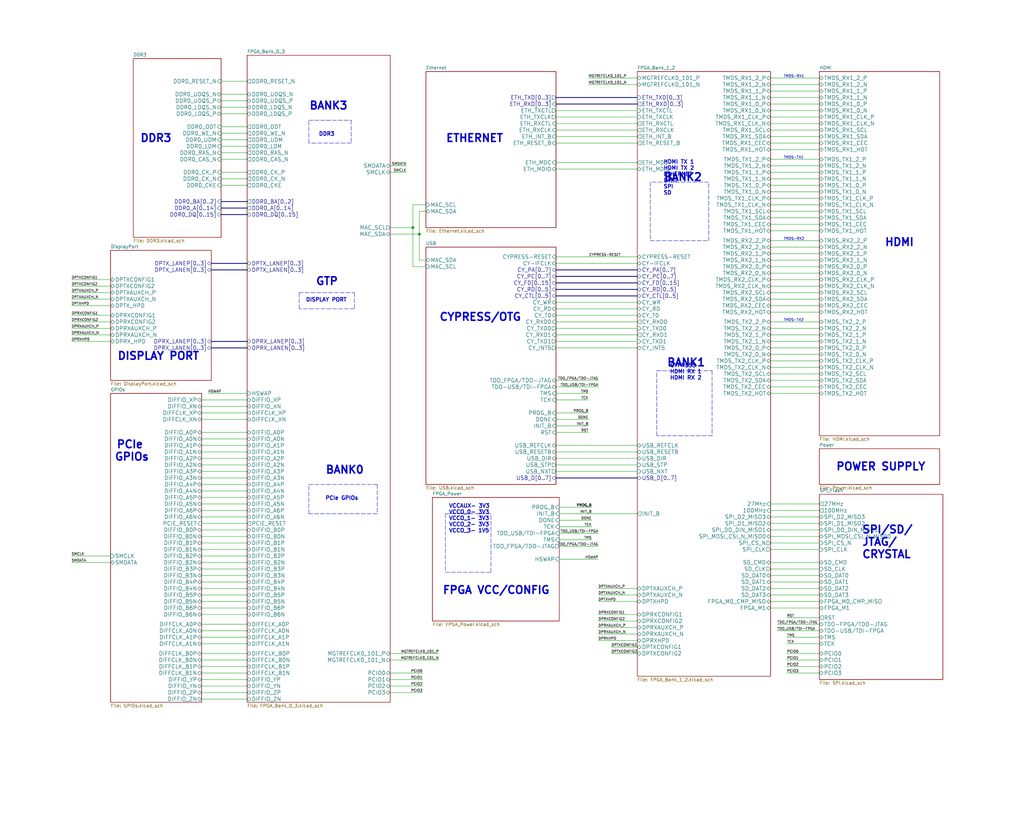
<source format=kicad_sch>
(kicad_sch
	(version 20250114)
	(generator "eeschema")
	(generator_version "9.0")
	(uuid "4c757136-f0ec-451e-9676-7850f4f93a46")
	(paper "User" 399.999 319.989)
	(title_block
		(title "Numato Opsis")
		(date "11 jan 2016")
		(company "Numato Lab")
		(comment 1 "http://opsis.hdmi2usb.tv/")
		(comment 2 "Designed in collaboration between Numato Lab and TimVideos.us")
		(comment 3 "License: CC-BY-SA 4.0 International")
		(comment 4 "$Id: 2d307ed208d167d4c4008436323f1c000461af5c $")
	)
	(lib_symbols)
	(text "PCIe GPIOs"
		(exclude_from_sim no)
		(at 127 195.58 0)
		(effects
			(font
				(size 1.4986 1.4986)
				(thickness 0.2997)
				(bold yes)
			)
			(justify left bottom)
		)
		(uuid "0175b4b3-3b11-43f5-9be8-c442863a00c8")
	)
	(text "GTP"
		(exclude_from_sim no)
		(at 123.19 111.76 0)
		(effects
			(font
				(size 2.9972 2.9972)
				(thickness 0.5994)
				(bold yes)
			)
			(justify left bottom)
		)
		(uuid "101342e2-f164-48aa-ba7b-5cc3224692bf")
	)
	(text "BANK0"
		(exclude_from_sim no)
		(at 127 185.42 0)
		(effects
			(font
				(size 2.9972 2.9972)
				(thickness 0.5994)
				(bold yes)
			)
			(justify left bottom)
		)
		(uuid "190d5f59-f259-46e1-ac58-4bc7fe752308")
	)
	(text "TMDS-TX2"
		(exclude_from_sim no)
		(at 306.07 125.73 0)
		(effects
			(font
				(size 0.9906 0.9906)
			)
			(justify left bottom)
		)
		(uuid "1c323c4d-26e4-450c-a143-48bc5fbbdaa7")
	)
	(text "SPI/SD/\nJTAG/\nCRYSTAL"
		(exclude_from_sim no)
		(at 336.55 218.44 0)
		(effects
			(font
				(size 2.9972 2.9972)
				(thickness 0.5994)
				(bold yes)
			)
			(justify left bottom)
		)
		(uuid "1cf23211-ec88-44b7-8d8d-ece781134ace")
	)
	(text "TMDS-RX1"
		(exclude_from_sim no)
		(at 306.07 30.48 0)
		(effects
			(font
				(size 0.9906 0.9906)
			)
			(justify left bottom)
		)
		(uuid "3b371d78-1b9e-44d3-9930-541185577a50")
	)
	(text "DDR3"
		(exclude_from_sim no)
		(at 54.61 55.88 0)
		(effects
			(font
				(size 2.9972 2.9972)
				(thickness 0.5994)
				(bold yes)
			)
			(justify left bottom)
		)
		(uuid "462ce4b7-db63-46ab-92bb-788337d81be7")
	)
	(text "BANK3"
		(exclude_from_sim no)
		(at 120.65 43.18 0)
		(effects
			(font
				(size 2.9972 2.9972)
				(thickness 0.5994)
				(bold yes)
			)
			(justify left bottom)
		)
		(uuid "47182a1e-2709-42e6-add4-0e943aacee67")
	)
	(text "CYPRESS/OTG"
		(exclude_from_sim no)
		(at 171.45 125.73 0)
		(effects
			(font
				(size 2.9972 2.9972)
				(thickness 0.5994)
				(bold yes)
			)
			(justify left bottom)
		)
		(uuid "61a8c5ad-7980-4ec2-acb9-7a6c5737668d")
	)
	(text "PCIe \nGPIOs"
		(exclude_from_sim no)
		(at 58.42 180.34 0)
		(effects
			(font
				(size 2.9972 2.9972)
				(thickness 0.5994)
				(bold yes)
			)
			(justify right bottom)
		)
		(uuid "6fc676dd-e181-462d-a312-5fef24fdb12f")
	)
	(text "DISPLAY PORT"
		(exclude_from_sim no)
		(at 45.72 140.97 0)
		(effects
			(font
				(size 2.9972 2.9972)
				(thickness 0.5994)
				(bold yes)
			)
			(justify left bottom)
		)
		(uuid "7e898448-babd-4630-aed2-ce54a28716f3")
	)
	(text "BANK2"
		(exclude_from_sim no)
		(at 259.08 71.12 0)
		(effects
			(font
				(size 2.9972 2.9972)
				(thickness 0.5994)
				(bold yes)
			)
			(justify left bottom)
		)
		(uuid "82c9ac21-c87f-4662-8e06-3f8826b61ea5")
	)
	(text "DDR3"
		(exclude_from_sim no)
		(at 124.46 53.34 0)
		(effects
			(font
				(size 1.4986 1.4986)
				(thickness 0.2997)
				(bold yes)
			)
			(justify left bottom)
		)
		(uuid "936bcfb7-f126-43bc-8677-37feff6845cc")
	)
	(text "HDMI"
		(exclude_from_sim no)
		(at 345.44 96.52 0)
		(effects
			(font
				(size 2.9972 2.9972)
				(thickness 0.5994)
				(bold yes)
			)
			(justify left bottom)
		)
		(uuid "9700e714-e330-45ed-81e2-5b903c13a4e1")
	)
	(text "CYPRESS\nHDMI RX 1\nHDMI RX 2"
		(exclude_from_sim no)
		(at 261.62 148.59 0)
		(effects
			(font
				(size 1.4986 1.4986)
				(thickness 0.2997)
				(bold yes)
			)
			(justify left bottom)
		)
		(uuid "a0277825-c884-439c-9d01-16961bb4072d")
	)
	(text "DISPLAY PORT"
		(exclude_from_sim no)
		(at 119.38 118.11 0)
		(effects
			(font
				(size 1.4986 1.4986)
				(thickness 0.2997)
				(bold yes)
			)
			(justify left bottom)
		)
		(uuid "a4ce5658-88a6-4869-88a8-d0cf78f79256")
	)
	(text "HDMI TX 1\nHDMI TX 2\nETHERNET\nUTMI\nSPI\nSD\n\n"
		(exclude_from_sim no)
		(at 259.08 78.74 0)
		(effects
			(font
				(size 1.4986 1.4986)
				(thickness 0.2997)
				(bold yes)
			)
			(justify left bottom)
		)
		(uuid "a86f46db-92d5-419e-9d8f-6d350baaae4f")
	)
	(text "BANK1"
		(exclude_from_sim no)
		(at 260.35 143.51 0)
		(effects
			(font
				(size 2.9972 2.9972)
				(thickness 0.5994)
				(bold yes)
			)
			(justify left bottom)
		)
		(uuid "aa10b9e9-ee0e-48a4-9c19-4bd4d1748dd2")
	)
	(text "POWER SUPPLY"
		(exclude_from_sim no)
		(at 326.39 184.15 0)
		(effects
			(font
				(size 2.9972 2.9972)
				(thickness 0.5994)
				(bold yes)
			)
			(justify left bottom)
		)
		(uuid "af415d40-7041-49e9-91f8-4fabb4e18ab5")
	)
	(text "TMDS-TX1"
		(exclude_from_sim no)
		(at 306.07 62.23 0)
		(effects
			(font
				(size 0.9906 0.9906)
			)
			(justify left bottom)
		)
		(uuid "b015892a-ef7c-40ed-9335-5439866fbc5e")
	)
	(text "TMDS-RX2"
		(exclude_from_sim no)
		(at 306.07 93.98 0)
		(effects
			(font
				(size 0.9906 0.9906)
			)
			(justify left bottom)
		)
		(uuid "c2c88c73-5f30-4b4a-91e5-740711d3f5b9")
	)
	(text "ETHERNET"
		(exclude_from_sim no)
		(at 173.99 55.88 0)
		(effects
			(font
				(size 2.9972 2.9972)
				(thickness 0.5994)
				(bold yes)
			)
			(justify left bottom)
		)
		(uuid "d73d0aad-1331-445f-a8e7-32af2e3a2e84")
	)
	(text "VCCAUX- 3V3\nVCCO_0- 3V3\nVCCO_1- 3V3\nVCCO_2- 3V3\nVCCO_3- 1V5"
		(exclude_from_sim no)
		(at 175.26 208.28 0)
		(effects
			(font
				(size 1.4986 1.4986)
				(thickness 0.2997)
				(bold yes)
			)
			(justify left bottom)
		)
		(uuid "e53b27fc-8268-4f59-9964-51b0818a2760")
	)
	(text "FPGA VCC/CONFIG"
		(exclude_from_sim no)
		(at 172.72 232.41 0)
		(effects
			(font
				(size 2.9972 2.9972)
				(thickness 0.5994)
				(bold yes)
			)
			(justify left bottom)
		)
		(uuid "efb60e28-c720-4e9c-99e0-78600d58aa63")
	)
	(junction
		(at 163.83 91.44)
		(diameter 0)
		(color 0 0 0 0)
		(uuid "0980ac65-db9c-4a81-b64d-3e3fb22522bd")
	)
	(junction
		(at 161.29 88.9)
		(diameter 0)
		(color 0 0 0 0)
		(uuid "20b3a144-cef3-47d8-bc8a-9d03b2567e1a")
	)
	(wire
		(pts
			(xy 166.37 82.55) (xy 163.83 82.55)
		)
		(stroke
			(width 0)
			(type default)
		)
		(uuid "002c2b32-26be-49fd-9fb7-ffddd28354c3")
	)
	(wire
		(pts
			(xy 300.99 87.63) (xy 320.04 87.63)
		)
		(stroke
			(width 0)
			(type default)
		)
		(uuid "00595d28-0252-497e-88b9-6da3e90bab40")
	)
	(wire
		(pts
			(xy 217.17 163.83) (xy 229.87 163.83)
		)
		(stroke
			(width 0)
			(type default)
		)
		(uuid "0099f9f0-0732-451e-8297-5a3067cf3c2c")
	)
	(bus
		(pts
			(xy 86.36 83.82) (xy 96.52 83.82)
		)
		(stroke
			(width 0)
			(type default)
		)
		(uuid "020cbf2b-c72b-4c52-bb35-97621524a545")
	)
	(bus
		(pts
			(xy 82.55 133.35) (xy 96.52 133.35)
		)
		(stroke
			(width 0)
			(type default)
		)
		(uuid "04f8d17c-8aff-4ec2-99d3-3867fd36da8b")
	)
	(wire
		(pts
			(xy 217.17 43.18) (xy 248.92 43.18)
		)
		(stroke
			(width 0)
			(type default)
		)
		(uuid "05220021-1fb0-4ea6-9ee1-aaba51ae76e3")
	)
	(wire
		(pts
			(xy 300.99 85.09) (xy 320.04 85.09)
		)
		(stroke
			(width 0)
			(type default)
		)
		(uuid "06c7daa1-4768-47f3-ad2a-4e0fe4ba217a")
	)
	(polyline
		(pts
			(xy 147.32 189.23) (xy 147.32 200.66)
		)
		(stroke
			(width 0)
			(type dash)
		)
		(uuid "07543103-42d7-4568-acfe-572f17545fbe")
	)
	(wire
		(pts
			(xy 300.99 229.87) (xy 320.04 229.87)
		)
		(stroke
			(width 0)
			(type default)
		)
		(uuid "07dbcb2d-3b54-41bf-b085-1b2122776fcc")
	)
	(wire
		(pts
			(xy 152.4 67.31) (xy 158.75 67.31)
		)
		(stroke
			(width 0)
			(type default)
		)
		(uuid "09e340b8-bbba-49f2-b3a4-223a6dda83fd")
	)
	(wire
		(pts
			(xy 300.99 30.48) (xy 320.04 30.48)
		)
		(stroke
			(width 0)
			(type default)
		)
		(uuid "09fdc019-d95e-49f4-bcbf-00a15a84c472")
	)
	(wire
		(pts
			(xy 86.36 72.39) (xy 96.52 72.39)
		)
		(stroke
			(width 0)
			(type default)
		)
		(uuid "0b2bb2d4-4a8f-44e3-bc2f-fefd3561a952")
	)
	(wire
		(pts
			(xy 96.52 161.29) (xy 78.74 161.29)
		)
		(stroke
			(width 0)
			(type default)
		)
		(uuid "0b2c3068-26e0-4cd7-9467-ca6bb204a701")
	)
	(wire
		(pts
			(xy 78.74 222.25) (xy 96.52 222.25)
		)
		(stroke
			(width 0)
			(type default)
		)
		(uuid "0c81eedb-f077-4354-9624-b9fb826fffb6")
	)
	(wire
		(pts
			(xy 96.52 168.91) (xy 78.74 168.91)
		)
		(stroke
			(width 0)
			(type default)
		)
		(uuid "0db0b109-364e-4be3-8642-6ead8d59920a")
	)
	(wire
		(pts
			(xy 78.74 171.45) (xy 96.52 171.45)
		)
		(stroke
			(width 0)
			(type default)
		)
		(uuid "0dd19c58-9e66-48e0-a11b-6509203a479a")
	)
	(wire
		(pts
			(xy 78.74 181.61) (xy 96.52 181.61)
		)
		(stroke
			(width 0)
			(type default)
		)
		(uuid "105b6b06-53b5-4f6d-8562-34633c643db1")
	)
	(bus
		(pts
			(xy 82.55 105.41) (xy 96.52 105.41)
		)
		(stroke
			(width 0)
			(type default)
		)
		(uuid "107338dd-3279-413e-887a-d74093c8bf64")
	)
	(wire
		(pts
			(xy 217.17 184.15) (xy 248.92 184.15)
		)
		(stroke
			(width 0)
			(type default)
		)
		(uuid "110c8602-706c-4214-a5ed-4a4671411db5")
	)
	(wire
		(pts
			(xy 78.74 262.89) (xy 96.52 262.89)
		)
		(stroke
			(width 0)
			(type default)
		)
		(uuid "1246efd3-f857-4376-9820-e483747959ec")
	)
	(wire
		(pts
			(xy 78.74 207.01) (xy 96.52 207.01)
		)
		(stroke
			(width 0)
			(type default)
		)
		(uuid "13a342c3-f595-47e1-9f75-ddeb8103fd8f")
	)
	(polyline
		(pts
			(xy 173.99 200.66) (xy 173.99 223.52)
		)
		(stroke
			(width 0)
			(type dash)
		)
		(uuid "14287a59-2077-4455-9fa5-762606cd15f9")
	)
	(wire
		(pts
			(xy 78.74 186.69) (xy 96.52 186.69)
		)
		(stroke
			(width 0)
			(type default)
		)
		(uuid "14761977-87a1-41c9-9460-ed2f6ec7703b")
	)
	(wire
		(pts
			(xy 78.74 257.81) (xy 96.52 257.81)
		)
		(stroke
			(width 0)
			(type default)
		)
		(uuid "15bd3e17-ad5c-42a8-a041-9697bfa788af")
	)
	(wire
		(pts
			(xy 96.52 184.15) (xy 78.74 184.15)
		)
		(stroke
			(width 0)
			(type default)
		)
		(uuid "173b5e5f-d197-4002-a963-8fb63dce06b1")
	)
	(wire
		(pts
			(xy 248.92 255.27) (xy 238.76 255.27)
		)
		(stroke
			(width 0)
			(type default)
		)
		(uuid "18c2df65-2ab4-4f41-b08c-e560ec94ba38")
	)
	(wire
		(pts
			(xy 163.83 91.44) (xy 163.83 101.6)
		)
		(stroke
			(width 0)
			(type default)
		)
		(uuid "19749d3f-0665-4740-9635-1887e5c8c57d")
	)
	(polyline
		(pts
			(xy 256.54 144.78) (xy 278.13 144.78)
		)
		(stroke
			(width 0)
			(type dash)
		)
		(uuid "19920a02-6fd4-43f8-84a1-86771ae3f109")
	)
	(wire
		(pts
			(xy 152.4 88.9) (xy 161.29 88.9)
		)
		(stroke
			(width 0)
			(type default)
		)
		(uuid "1a7379bb-4bda-47af-8389-8758ad1172ff")
	)
	(wire
		(pts
			(xy 96.52 153.67) (xy 81.28 153.67)
		)
		(stroke
			(width 0)
			(type default)
		)
		(uuid "1cb39836-baf8-47f1-9a13-1a3966851487")
	)
	(wire
		(pts
			(xy 78.74 237.49) (xy 96.52 237.49)
		)
		(stroke
			(width 0)
			(type default)
		)
		(uuid "1d6c0e80-4208-47dd-ae01-2b32dd731128")
	)
	(wire
		(pts
			(xy 320.04 40.64) (xy 300.99 40.64)
		)
		(stroke
			(width 0)
			(type default)
		)
		(uuid "1d822d70-2c78-4bcc-a2a5-7a5b003540c4")
	)
	(wire
		(pts
			(xy 217.17 55.88) (xy 248.92 55.88)
		)
		(stroke
			(width 0)
			(type default)
		)
		(uuid "1e2e4bdf-5a5d-403d-a48e-fa17f3dd1096")
	)
	(wire
		(pts
			(xy 300.99 207.01) (xy 320.04 207.01)
		)
		(stroke
			(width 0)
			(type default)
		)
		(uuid "2008137f-0bb5-4e0c-9fd8-e58b6c0dc7e4")
	)
	(wire
		(pts
			(xy 320.04 130.81) (xy 300.99 130.81)
		)
		(stroke
			(width 0)
			(type default)
		)
		(uuid "206b8558-c7cb-4c12-9a8c-cc5e1d86fc56")
	)
	(wire
		(pts
			(xy 78.74 204.47) (xy 96.52 204.47)
		)
		(stroke
			(width 0)
			(type default)
		)
		(uuid "222b6f03-1725-42f1-94ad-981f2fea8cb6")
	)
	(bus
		(pts
			(xy 82.55 102.87) (xy 96.52 102.87)
		)
		(stroke
			(width 0)
			(type default)
		)
		(uuid "23d71ecb-5670-411a-8e66-188ce630de06")
	)
	(wire
		(pts
			(xy 43.18 114.3) (xy 27.94 114.3)
		)
		(stroke
			(width 0)
			(type default)
		)
		(uuid "24dc0ec9-61df-4e0f-ab3c-154ca4676f60")
	)
	(wire
		(pts
			(xy 43.18 111.76) (xy 27.94 111.76)
		)
		(stroke
			(width 0)
			(type default)
		)
		(uuid "2617356a-42c7-45c4-9ba8-e7ffef37502f")
	)
	(wire
		(pts
			(xy 300.99 232.41) (xy 320.04 232.41)
		)
		(stroke
			(width 0)
			(type default)
		)
		(uuid "26559eb8-d818-49ed-8680-9eae9bcbcd63")
	)
	(wire
		(pts
			(xy 43.18 123.19) (xy 27.94 123.19)
		)
		(stroke
			(width 0)
			(type default)
		)
		(uuid "2683dbbe-fec4-4920-9d7f-ca371ee7e69a")
	)
	(wire
		(pts
			(xy 300.99 38.1) (xy 320.04 38.1)
		)
		(stroke
			(width 0)
			(type default)
		)
		(uuid "2702cf59-ada8-4f18-95e3-7d1957bb6404")
	)
	(bus
		(pts
			(xy 217.17 186.69) (xy 248.92 186.69)
		)
		(stroke
			(width 0)
			(type default)
		)
		(uuid "2b13423a-3c77-456a-82a8-52b388e4334f")
	)
	(wire
		(pts
			(xy 218.44 203.2) (xy 231.14 203.2)
		)
		(stroke
			(width 0)
			(type default)
		)
		(uuid "2c9451a0-1083-4c7d-a113-4cdc45d25077")
	)
	(wire
		(pts
			(xy 300.99 55.88) (xy 320.04 55.88)
		)
		(stroke
			(width 0)
			(type default)
		)
		(uuid "2d2e6f14-492c-45a0-bd4a-ce28713732c2")
	)
	(polyline
		(pts
			(xy 137.16 55.88) (xy 120.65 55.88)
		)
		(stroke
			(width 0)
			(type dash)
		)
		(uuid "2dfcaf13-a734-433d-8004-736f71c0c366")
	)
	(wire
		(pts
			(xy 217.17 166.37) (xy 229.87 166.37)
		)
		(stroke
			(width 0)
			(type default)
		)
		(uuid "307f700c-14ec-44e0-8ad8-070b72334d83")
	)
	(bus
		(pts
			(xy 217.17 107.95) (xy 248.92 107.95)
		)
		(stroke
			(width 0)
			(type default)
		)
		(uuid "30ec49bc-d6aa-4809-81bf-73d7288e6b1e")
	)
	(wire
		(pts
			(xy 161.29 104.14) (xy 166.37 104.14)
		)
		(stroke
			(width 0)
			(type default)
		)
		(uuid "328d095c-c53b-4181-9ce5-715497308598")
	)
	(wire
		(pts
			(xy 320.04 35.56) (xy 300.99 35.56)
		)
		(stroke
			(width 0)
			(type default)
		)
		(uuid "32a09d52-c801-4e14-abf7-f2e798f1e879")
	)
	(wire
		(pts
			(xy 96.52 234.95) (xy 78.74 234.95)
		)
		(stroke
			(width 0)
			(type default)
		)
		(uuid "33358e10-6f0d-4ece-b7dd-57fde2fad5c8")
	)
	(wire
		(pts
			(xy 320.04 251.46) (xy 307.34 251.46)
		)
		(stroke
			(width 0)
			(type default)
		)
		(uuid "3473ba42-0cca-4ad7-bb14-7d2716791503")
	)
	(wire
		(pts
			(xy 300.99 209.55) (xy 320.04 209.55)
		)
		(stroke
			(width 0)
			(type default)
		)
		(uuid "36d4f482-eb66-4b59-bb74-c84854d8c960")
	)
	(wire
		(pts
			(xy 217.17 179.07) (xy 248.92 179.07)
		)
		(stroke
			(width 0)
			(type default)
		)
		(uuid "37a664dd-6662-4c65-af66-1ca895ebe545")
	)
	(wire
		(pts
			(xy 152.4 257.81) (xy 171.45 257.81)
		)
		(stroke
			(width 0)
			(type default)
		)
		(uuid "37e053fd-fd32-4433-893c-25581b118098")
	)
	(wire
		(pts
			(xy 161.29 80.01) (xy 161.29 88.9)
		)
		(stroke
			(width 0)
			(type default)
		)
		(uuid "3834589e-68b4-45b0-a59b-34e305c935f3")
	)
	(wire
		(pts
			(xy 320.04 114.3) (xy 300.99 114.3)
		)
		(stroke
			(width 0)
			(type default)
		)
		(uuid "38a645a9-e349-488a-8ec7-30088bd43bb7")
	)
	(wire
		(pts
			(xy 86.36 67.31) (xy 96.52 67.31)
		)
		(stroke
			(width 0)
			(type default)
		)
		(uuid "39f731ed-b698-450b-8aea-01785c46eead")
	)
	(wire
		(pts
			(xy 231.14 210.82) (xy 218.44 210.82)
		)
		(stroke
			(width 0)
			(type default)
		)
		(uuid "3a3e4e55-8388-4047-ab63-4979670c3675")
	)
	(wire
		(pts
			(xy 86.36 59.69) (xy 96.52 59.69)
		)
		(stroke
			(width 0)
			(type default)
		)
		(uuid "3a5de5d0-c338-43cd-a738-5ebab021c5f3")
	)
	(wire
		(pts
			(xy 78.74 212.09) (xy 96.52 212.09)
		)
		(stroke
			(width 0)
			(type default)
		)
		(uuid "3b1cecff-aa5a-4285-98b2-7d04cb09b038")
	)
	(wire
		(pts
			(xy 96.52 209.55) (xy 78.74 209.55)
		)
		(stroke
			(width 0)
			(type default)
		)
		(uuid "3b262d68-5c00-4079-916a-bdcfcd19cd67")
	)
	(wire
		(pts
			(xy 320.04 151.13) (xy 300.99 151.13)
		)
		(stroke
			(width 0)
			(type default)
		)
		(uuid "3ba3440a-66a9-4950-a442-d591bb03db43")
	)
	(wire
		(pts
			(xy 300.99 222.25) (xy 320.04 222.25)
		)
		(stroke
			(width 0)
			(type default)
		)
		(uuid "3bb98650-17ce-426d-a9a9-da9e77b883de")
	)
	(wire
		(pts
			(xy 300.99 201.93) (xy 320.04 201.93)
		)
		(stroke
			(width 0)
			(type default)
		)
		(uuid "3d017a5e-22b8-4a75-819d-75894fc04f29")
	)
	(wire
		(pts
			(xy 96.52 179.07) (xy 78.74 179.07)
		)
		(stroke
			(width 0)
			(type default)
		)
		(uuid "3e48561d-c413-452f-a15f-96cf07326908")
	)
	(polyline
		(pts
			(xy 173.99 223.52) (xy 191.77 223.52)
		)
		(stroke
			(width 0)
			(type dash)
		)
		(uuid "3fc4a537-3a11-4ad4-97fc-bb3890b93c56")
	)
	(wire
		(pts
			(xy 320.04 243.84) (xy 303.53 243.84)
		)
		(stroke
			(width 0)
			(type default)
		)
		(uuid "3fd85657-b7b2-4baa-bcde-666465db5423")
	)
	(wire
		(pts
			(xy 161.29 80.01) (xy 166.37 80.01)
		)
		(stroke
			(width 0)
			(type default)
		)
		(uuid "419e559a-ddfa-4aa1-85a8-e00e64e6d3a7")
	)
	(polyline
		(pts
			(xy 147.32 200.66) (xy 120.65 200.66)
		)
		(stroke
			(width 0)
			(type dash)
		)
		(uuid "420036cd-0cf4-4551-88ef-dfa722c39620")
	)
	(wire
		(pts
			(xy 96.52 260.35) (xy 78.74 260.35)
		)
		(stroke
			(width 0)
			(type default)
		)
		(uuid "457ded92-e937-4b25-8b67-e24129b6788c")
	)
	(wire
		(pts
			(xy 300.99 58.42) (xy 320.04 58.42)
		)
		(stroke
			(width 0)
			(type default)
		)
		(uuid "4591f43f-f19b-41fe-b44e-fc0407dae31a")
	)
	(wire
		(pts
			(xy 320.04 119.38) (xy 300.99 119.38)
		)
		(stroke
			(width 0)
			(type default)
		)
		(uuid "45dc03c3-c2bd-455a-beb6-74b7185076a5")
	)
	(wire
		(pts
			(xy 96.52 49.53) (xy 86.36 49.53)
		)
		(stroke
			(width 0)
			(type default)
		)
		(uuid "462aac1d-1cd6-47f2-bb8f-7eaa14d28d60")
	)
	(wire
		(pts
			(xy 300.99 80.01) (xy 320.04 80.01)
		)
		(stroke
			(width 0)
			(type default)
		)
		(uuid "471899f4-d07f-4d9b-afa0-cf6adc210620")
	)
	(wire
		(pts
			(xy 300.99 90.17) (xy 320.04 90.17)
		)
		(stroke
			(width 0)
			(type default)
		)
		(uuid "4755df95-1e0e-4419-85d4-62d2145b6187")
	)
	(wire
		(pts
			(xy 300.99 101.6) (xy 320.04 101.6)
		)
		(stroke
			(width 0)
			(type default)
		)
		(uuid "47618627-cb8c-4b09-9cca-3275fcde863b")
	)
	(wire
		(pts
			(xy 96.52 194.31) (xy 78.74 194.31)
		)
		(stroke
			(width 0)
			(type default)
		)
		(uuid "4856018b-5f62-4e97-98d7-f0db1f64c683")
	)
	(polyline
		(pts
			(xy 278.13 170.18) (xy 256.54 170.18)
		)
		(stroke
			(width 0)
			(type dash)
		)
		(uuid "4d320346-55f4-42e2-b790-37e6f489cb52")
	)
	(wire
		(pts
			(xy 43.18 116.84) (xy 27.94 116.84)
		)
		(stroke
			(width 0)
			(type default)
		)
		(uuid "4e474716-71fe-4971-8da0-5e90b28161a7")
	)
	(wire
		(pts
			(xy 300.99 77.47) (xy 320.04 77.47)
		)
		(stroke
			(width 0)
			(type default)
		)
		(uuid "4ed9b80c-762b-47e9-a266-47456e4aaa27")
	)
	(wire
		(pts
			(xy 217.17 125.73) (xy 248.92 125.73)
		)
		(stroke
			(width 0)
			(type default)
		)
		(uuid "52d925d2-f540-4763-bd0f-75500ca1127a")
	)
	(wire
		(pts
			(xy 217.17 130.81) (xy 248.92 130.81)
		)
		(stroke
			(width 0)
			(type default)
		)
		(uuid "536beb52-443e-4b8f-ad8b-0d7e1771fa4e")
	)
	(wire
		(pts
			(xy 96.52 189.23) (xy 78.74 189.23)
		)
		(stroke
			(width 0)
			(type default)
		)
		(uuid "549e76cc-4b78-4c16-93ec-26b3c75979d7")
	)
	(wire
		(pts
			(xy 96.52 270.51) (xy 78.74 270.51)
		)
		(stroke
			(width 0)
			(type default)
		)
		(uuid "54a0d875-48f8-4c43-907b-c3f33eca835c")
	)
	(wire
		(pts
			(xy 300.99 50.8) (xy 320.04 50.8)
		)
		(stroke
			(width 0)
			(type default)
		)
		(uuid "57ff944c-75f4-4701-99d7-4113b4297630")
	)
	(wire
		(pts
			(xy 300.99 53.34) (xy 320.04 53.34)
		)
		(stroke
			(width 0)
			(type default)
		)
		(uuid "589c9ecc-ac63-4cb4-96d0-a1825e6acb16")
	)
	(wire
		(pts
			(xy 300.99 227.33) (xy 320.04 227.33)
		)
		(stroke
			(width 0)
			(type default)
		)
		(uuid "5ace3b4c-44f7-494c-a57f-52203e0a6f76")
	)
	(wire
		(pts
			(xy 248.92 30.48) (xy 229.87 30.48)
		)
		(stroke
			(width 0)
			(type default)
		)
		(uuid "5caac03a-4dfa-4e8f-943f-6863a66763ee")
	)
	(wire
		(pts
			(xy 218.44 208.28) (xy 233.68 208.28)
		)
		(stroke
			(width 0)
			(type default)
		)
		(uuid "5cfe83f0-c8ee-4a00-b2b8-f1804105337f")
	)
	(wire
		(pts
			(xy 217.17 176.53) (xy 248.92 176.53)
		)
		(stroke
			(width 0)
			(type default)
		)
		(uuid "5d23adb9-c708-413f-8606-229d0d323d92")
	)
	(wire
		(pts
			(xy 307.34 241.3) (xy 320.04 241.3)
		)
		(stroke
			(width 0)
			(type default)
		)
		(uuid "5d568d2d-6aa4-4fb7-b4c1-1e0b70374c8b")
	)
	(wire
		(pts
			(xy 43.18 128.27) (xy 27.94 128.27)
		)
		(stroke
			(width 0)
			(type default)
		)
		(uuid "5da27b68-eb24-4d76-b13f-48ea7985bdc2")
	)
	(wire
		(pts
			(xy 86.36 57.15) (xy 96.52 57.15)
		)
		(stroke
			(width 0)
			(type default)
		)
		(uuid "5dab7577-ada5-4184-aed5-2cf5b14200d0")
	)
	(wire
		(pts
			(xy 320.04 106.68) (xy 300.99 106.68)
		)
		(stroke
			(width 0)
			(type default)
		)
		(uuid "5eb4c2de-d34e-4459-ac31-05a01016a99b")
	)
	(wire
		(pts
			(xy 320.04 135.89) (xy 300.99 135.89)
		)
		(stroke
			(width 0)
			(type default)
		)
		(uuid "6018f6e6-68e4-4ddc-a987-6abc7141eeca")
	)
	(wire
		(pts
			(xy 320.04 246.38) (xy 303.53 246.38)
		)
		(stroke
			(width 0)
			(type default)
		)
		(uuid "608f4e5e-921e-46d2-bfc5-eae44274af12")
	)
	(wire
		(pts
			(xy 300.99 212.09) (xy 320.04 212.09)
		)
		(stroke
			(width 0)
			(type default)
		)
		(uuid "60d8b172-7be4-42e1-a355-2316ba40b2ab")
	)
	(polyline
		(pts
			(xy 138.43 120.65) (xy 116.84 120.65)
		)
		(stroke
			(width 0)
			(type dash)
		)
		(uuid "6169fd3b-0aa8-4d1a-985a-60c7b2ab0d9c")
	)
	(wire
		(pts
			(xy 43.18 125.73) (xy 27.94 125.73)
		)
		(stroke
			(width 0)
			(type default)
		)
		(uuid "6174b5f5-d451-4241-ab2d-1f96f1b2688b")
	)
	(wire
		(pts
			(xy 300.99 48.26) (xy 320.04 48.26)
		)
		(stroke
			(width 0)
			(type default)
		)
		(uuid "61e47400-0fdd-47ef-a963-40168f5e5f50")
	)
	(wire
		(pts
			(xy 217.17 100.33) (xy 248.92 100.33)
		)
		(stroke
			(width 0)
			(type default)
		)
		(uuid "62234042-9c76-4730-8f83-33132b414efd")
	)
	(wire
		(pts
			(xy 320.04 62.23) (xy 300.99 62.23)
		)
		(stroke
			(width 0)
			(type default)
		)
		(uuid "6236b9a6-c521-4101-b0a7-456984af0e6d")
	)
	(wire
		(pts
			(xy 300.99 234.95) (xy 320.04 234.95)
		)
		(stroke
			(width 0)
			(type default)
		)
		(uuid "6639e2eb-c6ed-407a-a6a2-c17b8e94c901")
	)
	(wire
		(pts
			(xy 43.18 219.71) (xy 27.94 219.71)
		)
		(stroke
			(width 0)
			(type default)
		)
		(uuid "66f8d35c-deee-4a7a-bbfa-a7a362135dbd")
	)
	(wire
		(pts
			(xy 300.99 133.35) (xy 320.04 133.35)
		)
		(stroke
			(width 0)
			(type default)
		)
		(uuid "672b3eee-aaf1-4d1e-a64f-5ac0c4175edb")
	)
	(wire
		(pts
			(xy 300.99 214.63) (xy 320.04 214.63)
		)
		(stroke
			(width 0)
			(type default)
		)
		(uuid "67956e2c-a12a-460d-917d-a36ee44210c6")
	)
	(wire
		(pts
			(xy 320.04 74.93) (xy 300.99 74.93)
		)
		(stroke
			(width 0)
			(type default)
		)
		(uuid "69351c96-c009-4a1a-878a-ce4f03e4be8c")
	)
	(wire
		(pts
			(xy 96.52 214.63) (xy 78.74 214.63)
		)
		(stroke
			(width 0)
			(type default)
		)
		(uuid "6f655035-a7f1-4723-a759-7e427af9aae6")
	)
	(polyline
		(pts
			(xy 116.84 120.65) (xy 116.84 114.3)
		)
		(stroke
			(width 0)
			(type dash)
		)
		(uuid "7359e7c4-fea8-4dce-adc5-824136c843dd")
	)
	(wire
		(pts
			(xy 300.99 125.73) (xy 320.04 125.73)
		)
		(stroke
			(width 0)
			(type default)
		)
		(uuid "73921697-f3c3-4903-a7b8-e0bfdb579fb2")
	)
	(polyline
		(pts
			(xy 256.54 170.18) (xy 256.54 144.78)
		)
		(stroke
			(width 0)
			(type dash)
		)
		(uuid "73bd8981-4040-416d-a829-b1fdc1eb349a")
	)
	(wire
		(pts
			(xy 300.99 96.52) (xy 320.04 96.52)
		)
		(stroke
			(width 0)
			(type default)
		)
		(uuid "74060677-d38b-4ffe-af9e-fad69ace9616")
	)
	(wire
		(pts
			(xy 300.99 33.02) (xy 320.04 33.02)
		)
		(stroke
			(width 0)
			(type default)
		)
		(uuid "77447864-9da5-4d79-8d97-1806593f3c38")
	)
	(wire
		(pts
			(xy 43.18 217.17) (xy 27.94 217.17)
		)
		(stroke
			(width 0)
			(type default)
		)
		(uuid "77782cc1-c65e-4465-beb4-c3c498e005d2")
	)
	(wire
		(pts
			(xy 78.74 232.41) (xy 96.52 232.41)
		)
		(stroke
			(width 0)
			(type default)
		)
		(uuid "7792078c-a3b4-4c93-921e-003689d99ef2")
	)
	(wire
		(pts
			(xy 163.83 101.6) (xy 166.37 101.6)
		)
		(stroke
			(width 0)
			(type default)
		)
		(uuid "77f57e5a-db8e-42ee-994c-f13496e28821")
	)
	(wire
		(pts
			(xy 300.99 143.51) (xy 320.04 143.51)
		)
		(stroke
			(width 0)
			(type default)
		)
		(uuid "7aa7fdb5-4339-4fd2-8aba-1c06d2290944")
	)
	(wire
		(pts
			(xy 300.99 153.67) (xy 320.04 153.67)
		)
		(stroke
			(width 0)
			(type default)
		)
		(uuid "7bb8c3cf-43b3-496f-8107-7a1b2c10d3ed")
	)
	(wire
		(pts
			(xy 248.92 229.87) (xy 233.68 229.87)
		)
		(stroke
			(width 0)
			(type default)
		)
		(uuid "7d25fb28-39bf-46fb-a741-7b486223a32b")
	)
	(wire
		(pts
			(xy 152.4 91.44) (xy 163.83 91.44)
		)
		(stroke
			(width 0)
			(type default)
		)
		(uuid "7fdb5ebd-3196-4455-9ab0-efec4c273f14")
	)
	(wire
		(pts
			(xy 217.17 102.87) (xy 248.92 102.87)
		)
		(stroke
			(width 0)
			(type default)
		)
		(uuid "818ba401-9d12-4fd7-b55c-5ac91958b034")
	)
	(wire
		(pts
			(xy 320.04 146.05) (xy 300.99 146.05)
		)
		(stroke
			(width 0)
			(type default)
		)
		(uuid "81ef1c3b-5857-4c94-912e-15dca2ff442e")
	)
	(wire
		(pts
			(xy 300.99 111.76) (xy 320.04 111.76)
		)
		(stroke
			(width 0)
			(type default)
		)
		(uuid "830f9c6e-6f7a-4d76-b588-300362f7daed")
	)
	(wire
		(pts
			(xy 43.18 109.22) (xy 27.94 109.22)
		)
		(stroke
			(width 0)
			(type default)
		)
		(uuid "83a31c6d-1af4-4332-8f8c-7ee6540f68b1")
	)
	(wire
		(pts
			(xy 300.99 237.49) (xy 320.04 237.49)
		)
		(stroke
			(width 0)
			(type default)
		)
		(uuid "83aff51a-2fc8-4bd6-9612-7ef62bbaa10f")
	)
	(wire
		(pts
			(xy 78.74 191.77) (xy 96.52 191.77)
		)
		(stroke
			(width 0)
			(type default)
		)
		(uuid "83b8c896-c3d1-47ca-9348-1b730dd8a046")
	)
	(wire
		(pts
			(xy 300.99 199.39) (xy 320.04 199.39)
		)
		(stroke
			(width 0)
			(type default)
		)
		(uuid "83dad520-a25b-4ae0-9270-b8c4be4a4143")
	)
	(polyline
		(pts
			(xy 116.84 114.3) (xy 138.43 114.3)
		)
		(stroke
			(width 0)
			(type dash)
		)
		(uuid "844afdc9-5dfb-4d21-985e-7c9a80ceff1e")
	)
	(wire
		(pts
			(xy 86.36 62.23) (xy 96.52 62.23)
		)
		(stroke
			(width 0)
			(type default)
		)
		(uuid "84c90899-60cc-4483-929f-4c9d42ad09ff")
	)
	(wire
		(pts
			(xy 96.52 219.71) (xy 78.74 219.71)
		)
		(stroke
			(width 0)
			(type default)
		)
		(uuid "8625c779-edc3-4b5e-8243-f3ba80f9b175")
	)
	(polyline
		(pts
			(xy 120.65 189.23) (xy 147.32 189.23)
		)
		(stroke
			(width 0)
			(type dash)
		)
		(uuid "86e848ec-2331-43e9-bc5b-c66e40520d20")
	)
	(bus
		(pts
			(xy 217.17 38.1) (xy 248.92 38.1)
		)
		(stroke
			(width 0)
			(type default)
		)
		(uuid "8af8cdb4-5fce-4b18-95a5-6da996b64e18")
	)
	(wire
		(pts
			(xy 300.99 93.98) (xy 320.04 93.98)
		)
		(stroke
			(width 0)
			(type default)
		)
		(uuid "8b6bf45a-b7c0-4908-bdda-c01b1689a342")
	)
	(wire
		(pts
			(xy 320.04 196.85) (xy 300.99 196.85)
		)
		(stroke
			(width 0)
			(type default)
		)
		(uuid "8cab4f24-cd41-41b0-8472-baac2c1d0007")
	)
	(wire
		(pts
			(xy 300.99 64.77) (xy 320.04 64.77)
		)
		(stroke
			(width 0)
			(type default)
		)
		(uuid "8cc0727a-67e9-471f-8cdb-113e13e0e532")
	)
	(wire
		(pts
			(xy 320.04 69.85) (xy 300.99 69.85)
		)
		(stroke
			(width 0)
			(type default)
		)
		(uuid "8d44b4aa-5227-4c90-8380-eda08ea8074a")
	)
	(wire
		(pts
			(xy 96.52 199.39) (xy 78.74 199.39)
		)
		(stroke
			(width 0)
			(type default)
		)
		(uuid "8d580092-9344-483d-925d-fc856aa9a450")
	)
	(wire
		(pts
			(xy 217.17 151.13) (xy 233.68 151.13)
		)
		(stroke
			(width 0)
			(type default)
		)
		(uuid "8dcb29c4-2303-4690-9531-ab993a6a1921")
	)
	(wire
		(pts
			(xy 307.34 260.35) (xy 320.04 260.35)
		)
		(stroke
			(width 0)
			(type default)
		)
		(uuid "8e5714d9-5ff4-417e-9813-b8e5f1b9773d")
	)
	(polyline
		(pts
			(xy 191.77 223.52) (xy 191.77 200.66)
		)
		(stroke
			(width 0)
			(type dash)
		)
		(uuid "9127d942-1e74-4040-a01b-051f58d50713")
	)
	(wire
		(pts
			(xy 217.17 133.35) (xy 248.92 133.35)
		)
		(stroke
			(width 0)
			(type default)
		)
		(uuid "92fd2d85-61ee-4ad3-9d6a-c64484a8f5f3")
	)
	(wire
		(pts
			(xy 300.99 116.84) (xy 320.04 116.84)
		)
		(stroke
			(width 0)
			(type default)
		)
		(uuid "9315c051-838f-49c4-9362-17d7bccbcb20")
	)
	(wire
		(pts
			(xy 165.1 262.89) (xy 152.4 262.89)
		)
		(stroke
			(width 0)
			(type default)
		)
		(uuid "9475c90b-e491-4b5c-97c9-fd15b9cb9f17")
	)
	(wire
		(pts
			(xy 300.99 224.79) (xy 320.04 224.79)
		)
		(stroke
			(width 0)
			(type default)
		)
		(uuid "9504b208-6ea4-44a4-94e8-ef713867600e")
	)
	(wire
		(pts
			(xy 96.52 255.27) (xy 78.74 255.27)
		)
		(stroke
			(width 0)
			(type default)
		)
		(uuid "9856282d-b26d-4429-bf8f-53df6b9f8d30")
	)
	(wire
		(pts
			(xy 300.99 72.39) (xy 320.04 72.39)
		)
		(stroke
			(width 0)
			(type default)
		)
		(uuid "9b6a818f-825c-4336-8478-365e4f7e94b9")
	)
	(wire
		(pts
			(xy 217.17 128.27) (xy 248.92 128.27)
		)
		(stroke
			(width 0)
			(type default)
		)
		(uuid "9c25ce99-d7f2-4f0b-999e-db8d1be429f0")
	)
	(wire
		(pts
			(xy 229.87 153.67) (xy 217.17 153.67)
		)
		(stroke
			(width 0)
			(type default)
		)
		(uuid "9cf813fa-91c9-4e65-81c8-7863632dd0d6")
	)
	(polyline
		(pts
			(xy 120.65 46.99) (xy 137.16 46.99)
		)
		(stroke
			(width 0)
			(type dash)
		)
		(uuid "9d111bf8-0a9c-432e-af55-02fa0540f4fd")
	)
	(wire
		(pts
			(xy 78.74 217.17) (xy 96.52 217.17)
		)
		(stroke
			(width 0)
			(type default)
		)
		(uuid "9d5084c3-c9eb-433d-b3f2-12598139aa4d")
	)
	(wire
		(pts
			(xy 248.92 240.03) (xy 233.68 240.03)
		)
		(stroke
			(width 0)
			(type default)
		)
		(uuid "9fce3ea1-3de4-47ad-a843-64d9163c41a7")
	)
	(bus
		(pts
			(xy 82.55 135.89) (xy 96.52 135.89)
		)
		(stroke
			(width 0)
			(type default)
		)
		(uuid "a24f1b86-84c9-4b8c-b8d4-61712438e665")
	)
	(wire
		(pts
			(xy 86.36 52.07) (xy 96.52 52.07)
		)
		(stroke
			(width 0)
			(type default)
		)
		(uuid "a3f29b1b-43d6-404e-a779-319dfc04c43f")
	)
	(wire
		(pts
			(xy 43.18 130.81) (xy 27.94 130.81)
		)
		(stroke
			(width 0)
			(type default)
		)
		(uuid "a434f1be-0883-4e4a-bf12-46c36656cadc")
	)
	(wire
		(pts
			(xy 217.17 118.11) (xy 248.92 118.11)
		)
		(stroke
			(width 0)
			(type default)
		)
		(uuid "a455b7d0-7e18-4b83-b98e-ffeb66b93b17")
	)
	(wire
		(pts
			(xy 320.04 262.89) (xy 307.34 262.89)
		)
		(stroke
			(width 0)
			(type default)
		)
		(uuid "a5e615b3-abd5-4452-809a-8e8a0a2a1c54")
	)
	(wire
		(pts
			(xy 165.1 267.97) (xy 152.4 267.97)
		)
		(stroke
			(width 0)
			(type default)
		)
		(uuid "a706f5dd-c6f9-442d-bb4e-c3dae216317c")
	)
	(wire
		(pts
			(xy 217.17 50.8) (xy 248.92 50.8)
		)
		(stroke
			(width 0)
			(type default)
		)
		(uuid "a74067e4-7e7c-4ed8-a3f9-538d497fcc0b")
	)
	(wire
		(pts
			(xy 218.44 205.74) (xy 231.14 205.74)
		)
		(stroke
			(width 0)
			(type default)
		)
		(uuid "a840d67d-4a2a-4afa-8576-3145f8d550c1")
	)
	(wire
		(pts
			(xy 300.99 109.22) (xy 320.04 109.22)
		)
		(stroke
			(width 0)
			(type default)
		)
		(uuid "a894603a-7eec-44bf-8e1c-315746f2ebd3")
	)
	(bus
		(pts
			(xy 86.36 81.28) (xy 96.52 81.28)
		)
		(stroke
			(width 0)
			(type default)
		)
		(uuid "a919f238-da75-494b-b227-46a348762126")
	)
	(wire
		(pts
			(xy 218.44 200.66) (xy 248.92 200.66)
		)
		(stroke
			(width 0)
			(type default)
		)
		(uuid "aa059d78-065d-4ca9-babd-50d83538d3e9")
	)
	(wire
		(pts
			(xy 96.52 224.79) (xy 78.74 224.79)
		)
		(stroke
			(width 0)
			(type default)
		)
		(uuid "aac79f4d-21ea-44e4-9af0-bc75c6aa5439")
	)
	(polyline
		(pts
			(xy 254 71.12) (xy 254 93.98)
		)
		(stroke
			(width 0)
			(type dash)
		)
		(uuid "aae37ee5-4fdb-4ea5-8c4c-3727324884ab")
	)
	(polyline
		(pts
			(xy 137.16 46.99) (xy 137.16 55.88)
		)
		(stroke
			(width 0)
			(type dash)
		)
		(uuid "ab29de2f-f044-4a15-8f6c-e76fa7e490d3")
	)
	(wire
		(pts
			(xy 78.74 201.93) (xy 96.52 201.93)
		)
		(stroke
			(width 0)
			(type default)
		)
		(uuid "ad352635-a4a2-46ca-91af-1cb151beda47")
	)
	(wire
		(pts
			(xy 43.18 133.35) (xy 27.94 133.35)
		)
		(stroke
			(width 0)
			(type default)
		)
		(uuid "af194a63-15f1-436d-9cb1-a464010b030b")
	)
	(wire
		(pts
			(xy 307.34 248.92) (xy 320.04 248.92)
		)
		(stroke
			(width 0)
			(type default)
		)
		(uuid "af98e447-2ee1-4838-8a96-15e101a9ca20")
	)
	(bus
		(pts
			(xy 217.17 113.03) (xy 248.92 113.03)
		)
		(stroke
			(width 0)
			(type default)
		)
		(uuid "b170968e-9a76-4571-a169-de2600d21142")
	)
	(polyline
		(pts
			(xy 278.13 144.78) (xy 278.13 170.18)
		)
		(stroke
			(width 0)
			(type dash)
		)
		(uuid "b21440bf-62f3-4a26-a614-2849b958d8b9")
	)
	(wire
		(pts
			(xy 161.29 88.9) (xy 161.29 104.14)
		)
		(stroke
			(width 0)
			(type default)
		)
		(uuid "b3e554fd-da3b-4cde-80e2-179356c30ece")
	)
	(wire
		(pts
			(xy 218.44 213.36) (xy 233.68 213.36)
		)
		(stroke
			(width 0)
			(type default)
		)
		(uuid "b5a59bf3-9d4b-4774-8989-9f500d3477d3")
	)
	(wire
		(pts
			(xy 248.92 234.95) (xy 233.68 234.95)
		)
		(stroke
			(width 0)
			(type default)
		)
		(uuid "b61eaf7d-a00b-40f0-9d14-bc3e0036efd7")
	)
	(wire
		(pts
			(xy 158.75 64.77) (xy 152.4 64.77)
		)
		(stroke
			(width 0)
			(type default)
		)
		(uuid "b62682fe-1a4c-427c-9831-6d02f1978486")
	)
	(wire
		(pts
			(xy 300.99 99.06) (xy 320.04 99.06)
		)
		(stroke
			(width 0)
			(type default)
		)
		(uuid "b66877ea-ab1a-4a51-9987-92a6859d2d6c")
	)
	(bus
		(pts
			(xy 217.17 110.49) (xy 248.92 110.49)
		)
		(stroke
			(width 0)
			(type default)
		)
		(uuid "b6fa6765-d925-4549-bf57-9c27723b97ff")
	)
	(wire
		(pts
			(xy 248.92 252.73) (xy 238.76 252.73)
		)
		(stroke
			(width 0)
			(type default)
		)
		(uuid "b861f314-0f6f-49b7-8e01-bc524c8f3115")
	)
	(wire
		(pts
			(xy 300.99 148.59) (xy 320.04 148.59)
		)
		(stroke
			(width 0)
			(type default)
		)
		(uuid "b9480b17-8e7b-4375-90b3-a51e9ddd99e9")
	)
	(wire
		(pts
			(xy 218.44 218.44) (xy 233.68 218.44)
		)
		(stroke
			(width 0)
			(type default)
		)
		(uuid "ba01443d-b4fc-497d-bdd8-7d7cd727a75e")
	)
	(polyline
		(pts
			(xy 120.65 55.88) (xy 120.65 46.99)
		)
		(stroke
			(width 0)
			(type dash)
		)
		(uuid "ba55637b-8e96-41d5-b654-776bcc0553b0")
	)
	(polyline
		(pts
			(xy 254 93.98) (xy 276.86 93.98)
		)
		(stroke
			(width 0)
			(type dash)
		)
		(uuid "babf6a03-2c6b-4b46-bcb1-d649a1573734")
	)
	(bus
		(pts
			(xy 248.92 40.64) (xy 217.17 40.64)
		)
		(stroke
			(width 0)
			(type default)
		)
		(uuid "bc12074d-0fc1-4b2c-a436-8c61e70732f5")
	)
	(wire
		(pts
			(xy 300.99 128.27) (xy 320.04 128.27)
		)
		(stroke
			(width 0)
			(type default)
		)
		(uuid "bc24a1a8-0a9d-43f5-93df-391ae48a9b26")
	)
	(wire
		(pts
			(xy 248.92 232.41) (xy 233.68 232.41)
		)
		(stroke
			(width 0)
			(type default)
		)
		(uuid "be02eca7-bea5-4546-8b4f-52dfb2e36b77")
	)
	(wire
		(pts
			(xy 248.92 242.57) (xy 233.68 242.57)
		)
		(stroke
			(width 0)
			(type default)
		)
		(uuid "be1dd186-e489-40cc-b004-8bd07df851b3")
	)
	(wire
		(pts
			(xy 78.74 163.83) (xy 96.52 163.83)
		)
		(stroke
			(width 0)
			(type default)
		)
		(uuid "bf3d5ef5-cc05-46fa-9e1f-5278d508d601")
	)
	(wire
		(pts
			(xy 96.52 41.91) (xy 86.36 41.91)
		)
		(stroke
			(width 0)
			(type default)
		)
		(uuid "bf9a4210-0900-4116-8047-24b567584483")
	)
	(wire
		(pts
			(xy 300.99 138.43) (xy 320.04 138.43)
		)
		(stroke
			(width 0)
			(type default)
		)
		(uuid "c0e09d63-1877-4bfa-ade1-fd7b1226c378")
	)
	(wire
		(pts
			(xy 217.17 63.5) (xy 248.92 63.5)
		)
		(stroke
			(width 0)
			(type default)
		)
		(uuid "c17a2bc8-13c9-4418-a61f-ddd156e0fbfa")
	)
	(wire
		(pts
			(xy 78.74 158.75) (xy 96.52 158.75)
		)
		(stroke
			(width 0)
			(type default)
		)
		(uuid "c1b1606b-c90f-4736-9f74-ff92420d3c23")
	)
	(wire
		(pts
			(xy 96.52 173.99) (xy 78.74 173.99)
		)
		(stroke
			(width 0)
			(type default)
		)
		(uuid "c1dd38ac-6fd1-4ad8-8a5a-01501a413793")
	)
	(polyline
		(pts
			(xy 138.43 114.3) (xy 138.43 120.65)
		)
		(stroke
			(width 0)
			(type dash)
		)
		(uuid "c2b0f0c5-20f7-47ae-92a4-3453edf8b020")
	)
	(wire
		(pts
			(xy 86.36 69.85) (xy 96.52 69.85)
		)
		(stroke
			(width 0)
			(type default)
		)
		(uuid "c3b1c13f-9dcc-4d7e-96a3-90d7563de9c2")
	)
	(wire
		(pts
			(xy 300.99 45.72) (xy 320.04 45.72)
		)
		(stroke
			(width 0)
			(type default)
		)
		(uuid "c527ded2-49f6-432e-aa12-72f7014ca781")
	)
	(bus
		(pts
			(xy 217.17 105.41) (xy 248.92 105.41)
		)
		(stroke
			(width 0)
			(type default)
		)
		(uuid "c6f2c3a9-a568-487b-9b01-e56976947fa9")
	)
	(wire
		(pts
			(xy 300.99 104.14) (xy 320.04 104.14)
		)
		(stroke
			(width 0)
			(type default)
		)
		(uuid "c7387e4c-6ee8-483e-8296-1edab17ffcb1")
	)
	(wire
		(pts
			(xy 248.92 250.19) (xy 233.68 250.19)
		)
		(stroke
			(width 0)
			(type default)
		)
		(uuid "ca402fb7-434e-4b54-85ed-adfc14882d11")
	)
	(wire
		(pts
			(xy 218.44 198.12) (xy 231.14 198.12)
		)
		(stroke
			(width 0)
			(type default)
		)
		(uuid "cad83fc1-95ab-42b8-ac46-dccb5fcb7ac2")
	)
	(wire
		(pts
			(xy 152.4 265.43) (xy 165.1 265.43)
		)
		(stroke
			(width 0)
			(type default)
		)
		(uuid "cbe3af9e-6d7a-436f-a178-46cfb0cd3fbe")
	)
	(wire
		(pts
			(xy 96.52 156.21) (xy 78.74 156.21)
		)
		(stroke
			(width 0)
			(type default)
		)
		(uuid "ce5b336f-13c5-4c82-94df-ca347bb853bd")
	)
	(wire
		(pts
			(xy 248.92 120.65) (xy 217.17 120.65)
		)
		(stroke
			(width 0)
			(type default)
		)
		(uuid "cfa414bf-4020-4336-96fb-5560b0a61e81")
	)
	(polyline
		(pts
			(xy 120.65 200.66) (xy 120.65 189.23)
		)
		(stroke
			(width 0)
			(type dash)
		)
		(uuid "cfd3197a-e2aa-4fcb-a86e-83350e54a158")
	)
	(wire
		(pts
			(xy 43.18 119.38) (xy 27.94 119.38)
		)
		(stroke
			(width 0)
			(type default)
		)
		(uuid "d0a0c67b-c78b-4532-bb55-b3e66ff4b01f")
	)
	(wire
		(pts
			(xy 307.34 255.27) (xy 320.04 255.27)
		)
		(stroke
			(width 0)
			(type default)
		)
		(uuid "d53faeb7-51e8-499f-98a6-ec88e0d5865f")
	)
	(wire
		(pts
			(xy 217.17 161.29) (xy 229.87 161.29)
		)
		(stroke
			(width 0)
			(type default)
		)
		(uuid "d61c3eb4-5788-41c2-8e16-9688bda673d0")
	)
	(wire
		(pts
			(xy 300.99 121.92) (xy 320.04 121.92)
		)
		(stroke
			(width 0)
			(type default)
		)
		(uuid "d6803896-4341-4602-8075-96604cfd0f55")
	)
	(polyline
		(pts
			(xy 276.86 71.12) (xy 254 71.12)
		)
		(stroke
			(width 0)
			(type dash)
		)
		(uuid "d72a7b83-e3dc-4830-95ac-e309cbb31c1c")
	)
	(wire
		(pts
			(xy 248.92 247.65) (xy 233.68 247.65)
		)
		(stroke
			(width 0)
			(type default)
		)
		(uuid "d79b0319-ca27-4579-a4cc-7f3466e8ccaa")
	)
	(wire
		(pts
			(xy 320.04 140.97) (xy 300.99 140.97)
		)
		(stroke
			(width 0)
			(type default)
		)
		(uuid "d82f5200-6159-4818-8590-50ca48b6a164")
	)
	(wire
		(pts
			(xy 78.74 251.46) (xy 96.52 251.46)
		)
		(stroke
			(width 0)
			(type default)
		)
		(uuid "d848d25e-ed2d-4dd9-a03c-bdf497e5fe79")
	)
	(wire
		(pts
			(xy 78.74 196.85) (xy 96.52 196.85)
		)
		(stroke
			(width 0)
			(type default)
		)
		(uuid "d89bff8f-414a-44e1-8e69-a6be29ce8fbc")
	)
	(wire
		(pts
			(xy 300.99 82.55) (xy 320.04 82.55)
		)
		(stroke
			(width 0)
			(type default)
		)
		(uuid "da0892b2-7f2b-46e7-9c59-7b2da9daf6e0")
	)
	(wire
		(pts
			(xy 229.87 168.91) (xy 217.17 168.91)
		)
		(stroke
			(width 0)
			(type default)
		)
		(uuid "da233ffe-7eca-4a43-8d09-d9d04bb5710e")
	)
	(wire
		(pts
			(xy 152.4 270.51) (xy 165.1 270.51)
		)
		(stroke
			(width 0)
			(type default)
		)
		(uuid "da69967b-5508-49e1-a7fd-1b0e076cefd2")
	)
	(wire
		(pts
			(xy 300.99 43.18) (xy 320.04 43.18)
		)
		(stroke
			(width 0)
			(type default)
		)
		(uuid "dbeb78a8-4617-48af-8dc8-095b2c8bf91f")
	)
	(wire
		(pts
			(xy 320.04 257.81) (xy 307.34 257.81)
		)
		(stroke
			(width 0)
			(type default)
		)
		(uuid "dcb06139-3602-438a-8c04-c9b15b37a4cb")
	)
	(wire
		(pts
			(xy 300.99 67.31) (xy 320.04 67.31)
		)
		(stroke
			(width 0)
			(type default)
		)
		(uuid "dcfdfa11-edb4-4815-b386-8e3b3fa2727d")
	)
	(wire
		(pts
			(xy 86.36 44.45) (xy 96.52 44.45)
		)
		(stroke
			(width 0)
			(type default)
		)
		(uuid "dd797429-dd72-4532-9cb2-0d4043096189")
	)
	(wire
		(pts
			(xy 217.17 173.99) (xy 248.92 173.99)
		)
		(stroke
			(width 0)
			(type default)
		)
		(uuid "dd8cc3c6-acbe-4451-91dc-8e226740ff57")
	)
	(wire
		(pts
			(xy 96.52 265.43) (xy 78.74 265.43)
		)
		(stroke
			(width 0)
			(type default)
		)
		(uuid "df003c91-5628-4b98-89de-233bd537fd6c")
	)
	(wire
		(pts
			(xy 248.92 33.02) (xy 229.87 33.02)
		)
		(stroke
			(width 0)
			(type default)
		)
		(uuid "e0ba2a08-d4d1-46f1-8069-549b0f370aba")
	)
	(wire
		(pts
			(xy 96.52 243.84) (xy 78.74 243.84)
		)
		(stroke
			(width 0)
			(type default)
		)
		(uuid "e0f223a9-97e0-4f85-97fc-38e15e00881f")
	)
	(wire
		(pts
			(xy 96.52 39.37) (xy 86.36 39.37)
		)
		(stroke
			(width 0)
			(type default)
		)
		(uuid "e20ebe2c-6fcc-45e8-a9cf-3d412b0a4921")
	)
	(wire
		(pts
			(xy 78.74 273.05) (xy 96.52 273.05)
		)
		(stroke
			(width 0)
			(type default)
		)
		(uuid "e2785788-2b24-4d4c-8bf9-d87fe0a0a60c")
	)
	(wire
		(pts
			(xy 78.74 267.97) (xy 96.52 267.97)
		)
		(stroke
			(width 0)
			(type default)
		)
		(uuid "e40d2c72-8fba-4e1f-921f-792b6a37e1b3")
	)
	(wire
		(pts
			(xy 217.17 156.21) (xy 229.87 156.21)
		)
		(stroke
			(width 0)
			(type default)
		)
		(uuid "e5be3dff-7250-403f-b022-92c60ad27b56")
	)
	(polyline
		(pts
			(xy 191.77 200.66) (xy 173.99 200.66)
		)
		(stroke
			(width 0)
			(type dash)
		)
		(uuid "e757a315-393b-441b-bf2c-a8abae375480")
	)
	(wire
		(pts
			(xy 78.74 176.53) (xy 96.52 176.53)
		)
		(stroke
			(width 0)
			(type default)
		)
		(uuid "e7b560c8-738f-44cc-9b43-d04b6551bfb3")
	)
	(wire
		(pts
			(xy 217.17 53.34) (xy 248.92 53.34)
		)
		(stroke
			(width 0)
			(type default)
		)
		(uuid "e86e0044-be12-4e74-b37c-6cb18b535ca2")
	)
	(wire
		(pts
			(xy 217.17 135.89) (xy 248.92 135.89)
		)
		(stroke
			(width 0)
			(type default)
		)
		(uuid "e8907bde-40a3-4400-8b78-3cd695c021b0")
	)
	(bus
		(pts
			(xy 217.17 115.57) (xy 248.92 115.57)
		)
		(stroke
			(width 0)
			(type default)
		)
		(uuid "e890d3ed-6a04-4cfa-8870-fb48793b230a")
	)
	(wire
		(pts
			(xy 96.52 229.87) (xy 78.74 229.87)
		)
		(stroke
			(width 0)
			(type default)
		)
		(uuid "eb972e6e-a9d3-4fa4-90d2-f983db8cf935")
	)
	(wire
		(pts
			(xy 217.17 66.04) (xy 248.92 66.04)
		)
		(stroke
			(width 0)
			(type default)
		)
		(uuid "ebdf0039-d2cb-47e8-b278-e912574cc758")
	)
	(bus
		(pts
			(xy 86.36 78.74) (xy 96.52 78.74)
		)
		(stroke
			(width 0)
			(type default)
		)
		(uuid "ec516b74-2b33-4f78-a45f-6b5d56f88cfd")
	)
	(wire
		(pts
			(xy 78.74 227.33) (xy 96.52 227.33)
		)
		(stroke
			(width 0)
			(type default)
		)
		(uuid "ed1fbcab-164a-45d1-a5fb-594e8c2dcf23")
	)
	(wire
		(pts
			(xy 96.52 31.75) (xy 86.36 31.75)
		)
		(stroke
			(width 0)
			(type default)
		)
		(uuid "f20e545d-e3e0-4a59-affd-869fddf11005")
	)
	(wire
		(pts
			(xy 152.4 255.27) (xy 171.45 255.27)
		)
		(stroke
			(width 0)
			(type default)
		)
		(uuid "f2343c0d-03b8-4842-85b3-5067d3eb5b93")
	)
	(wire
		(pts
			(xy 217.17 148.59) (xy 233.68 148.59)
		)
		(stroke
			(width 0)
			(type default)
		)
		(uuid "f2c3657d-3031-4e80-b96f-9ad4073b07ad")
	)
	(wire
		(pts
			(xy 217.17 181.61) (xy 248.92 181.61)
		)
		(stroke
			(width 0)
			(type default)
		)
		(uuid "f33ae040-3961-4c2b-8530-21ff4bbd3fd9")
	)
	(wire
		(pts
			(xy 248.92 45.72) (xy 217.17 45.72)
		)
		(stroke
			(width 0)
			(type default)
		)
		(uuid "f3d15afc-86e6-4cd7-a236-23c00300a4fa")
	)
	(wire
		(pts
			(xy 96.52 248.92) (xy 78.74 248.92)
		)
		(stroke
			(width 0)
			(type default)
		)
		(uuid "f4d6a7c8-e098-4a15-8002-ca22baade131")
	)
	(wire
		(pts
			(xy 300.99 204.47) (xy 320.04 204.47)
		)
		(stroke
			(width 0)
			(type default)
		)
		(uuid "f5eee688-4652-4e25-b2fe-b92b94cac3cc")
	)
	(wire
		(pts
			(xy 217.17 123.19) (xy 248.92 123.19)
		)
		(stroke
			(width 0)
			(type default)
		)
		(uuid "f7921ef7-55aa-41ce-bee4-20d363447efb")
	)
	(wire
		(pts
			(xy 96.52 240.03) (xy 78.74 240.03)
		)
		(stroke
			(width 0)
			(type default)
		)
		(uuid "f9783513-9da6-482d-bbfd-48fb2566e89a")
	)
	(polyline
		(pts
			(xy 276.86 93.98) (xy 276.86 71.12)
		)
		(stroke
			(width 0)
			(type dash)
		)
		(uuid "fb0ee376-d9ac-4ff6-bc66-e00065b8aa51")
	)
	(wire
		(pts
			(xy 248.92 245.11) (xy 233.68 245.11)
		)
		(stroke
			(width 0)
			(type default)
		)
		(uuid "fb3cea04-8e4d-4391-a6b8-3c5f5ec53d59")
	)
	(wire
		(pts
			(xy 96.52 36.83) (xy 86.36 36.83)
		)
		(stroke
			(width 0)
			(type default)
		)
		(uuid "fb4b915b-21a2-424c-a8f0-cd47ab7fa52b")
	)
	(wire
		(pts
			(xy 78.74 246.38) (xy 96.52 246.38)
		)
		(stroke
			(width 0)
			(type default)
		)
		(uuid "fb767768-bbb5-4ce7-8642-5e9ad41d4ca9")
	)
	(wire
		(pts
			(xy 163.83 82.55) (xy 163.83 91.44)
		)
		(stroke
			(width 0)
			(type default)
		)
		(uuid "fbfa2a05-34b6-441d-ba4f-3c510ef2e663")
	)
	(wire
		(pts
			(xy 300.99 219.71) (xy 320.04 219.71)
		)
		(stroke
			(width 0)
			(type default)
		)
		(uuid "fc8534aa-c3f6-42dc-8ad1-69bbbfd01fb3")
	)
	(wire
		(pts
			(xy 217.17 48.26) (xy 248.92 48.26)
		)
		(stroke
			(width 0)
			(type default)
		)
		(uuid "fecb388b-3285-4114-9790-2fa29b99874a")
	)
	(wire
		(pts
			(xy 86.36 54.61) (xy 96.52 54.61)
		)
		(stroke
			(width 0)
			(type default)
		)
		(uuid "ffc46ab3-f859-4cb9-b02a-0e195a80db33")
	)
	(label "DPTXCONFIG2"
		(at 27.94 111.76 0)
		(effects
			(font
				(size 0.9906 0.9906)
			)
			(justify left bottom)
		)
		(uuid "099e3888-3e28-42cd-8a54-d3ccd67ab332")
	)
	(label "SMDATA"
		(at 158.75 64.77 180)
		(effects
			(font
				(size 0.9906 0.9906)
			)
			(justify right bottom)
		)
		(uuid "0de4573e-cc68-417d-b02a-c2cf2cf689f2")
	)
	(label "TMS"
		(at 307.34 248.92 0)
		(effects
			(font
				(size 0.9906 0.9906)
			)
			(justify left bottom)
		)
		(uuid "10dfb957-f54d-4223-8ef9-4b9c60407279")
	)
	(label "DPTXAUXCH_N"
		(at 27.94 116.84 0)
		(effects
			(font
				(size 0.9906 0.9906)
			)
			(justify left bottom)
		)
		(uuid "19a56ab8-a34b-4fd4-8b94-1e6e8126d00c")
	)
	(label "SMCLK"
		(at 158.75 67.31 180)
		(effects
			(font
				(size 0.9906 0.9906)
			)
			(justify right bottom)
		)
		(uuid "19d1a80b-2cdd-4db1-9975-5893aad21a4b")
	)
	(label "DPTXAUXCH_P"
		(at 233.68 229.87 0)
		(effects
			(font
				(size 0.9906 0.9906)
			)
			(justify left bottom)
		)
		(uuid "1ae90030-8f21-4ccc-bfa6-400a3ceca09f")
	)
	(label "PCIO1"
		(at 165.1 265.43 180)
		(effects
			(font
				(size 0.9906 0.9906)
			)
			(justify right bottom)
		)
		(uuid "247f1a28-5d80-4e25-bc84-e5ff204f8a0f")
	)
	(label "PROG_B"
		(at 229.87 161.29 180)
		(effects
			(font
				(size 0.9906 0.9906)
			)
			(justify right bottom)
		)
		(uuid "254db58c-60c2-4339-ba54-cd9c29b4856c")
	)
	(label "CYPRESS-RESET"
		(at 242.57 100.33 180)
		(effects
			(font
				(size 0.9906 0.9906)
			)
			(justify right bottom)
		)
		(uuid "3a9c847f-cf81-405f-bbd6-7d0abbc449d6")
	)
	(label "TDO_FPGA/TDO-JTAG"
		(at 233.68 148.59 180)
		(effects
			(font
				(size 0.9906 0.9906)
			)
			(justify right bottom)
		)
		(uuid "3ba0226b-3632-4606-9c6b-8f710d7fdbf2")
	)
	(label "HSWAP"
		(at 233.68 218.44 180)
		(effects
			(font
				(size 0.9906 0.9906)
			)
			(justify right bottom)
		)
		(uuid "3d66e150-de98-4d06-adb4-95c6df5f038e")
	)
	(label "MGTREFCLK0_101_P"
		(at 229.87 30.48 0)
		(effects
			(font
				(size 0.9906 0.9906)
			)
			(justify left bottom)
		)
		(uuid "3e00ae37-3f21-44a3-a3c3-50238fd6735a")
	)
	(label "TCK"
		(at 231.14 205.74 180)
		(effects
			(font
				(size 0.9906 0.9906)
			)
			(justify right bottom)
		)
		(uuid "3e9c665e-e3ed-49c3-99a4-2af4b5d8b2ac")
	)
	(label "DPRXCONFIG2"
		(at 233.68 242.57 0)
		(effects
			(font
				(size 0.9906 0.9906)
			)
			(justify left bottom)
		)
		(uuid "434d8661-5f4e-43ae-b522-e2ca558ba04e")
	)
	(label "TCK"
		(at 229.87 156.21 180)
		(effects
			(font
				(size 0.9906 0.9906)
			)
			(justify right bottom)
		)
		(uuid "44e2bade-7402-4cae-a17d-7f67db770617")
	)
	(label "HSWAP"
		(at 81.28 153.67 0)
		(effects
			(font
				(size 0.9906 0.9906)
			)
			(justify left bottom)
		)
		(uuid "47deaaa3-caff-4d2b-921b-8374fce2dcd8")
	)
	(label "RST"
		(at 307.34 241.3 0)
		(effects
			(font
				(size 0.9906 0.9906)
			)
			(justify left bottom)
		)
		(uuid "480828c8-863b-4952-bfd9-9ae249807a41")
	)
	(label "DPRXAUXCH_N"
		(at 27.94 130.81 0)
		(effects
			(font
				(size 0.9906 0.9906)
			)
			(justify left bottom)
		)
		(uuid "4833e531-9fca-41a3-aec1-ba586fee5db7")
	)
	(label "MGTREFCLK0_101_N"
		(at 229.87 33.02 0)
		(effects
			(font
				(size 0.9906 0.9906)
			)
			(justify left bottom)
		)
		(uuid "48e43b2f-bec5-40b8-954b-2b884ba81bc3")
	)
	(label "TDO_USB/TDI-FPGA"
		(at 233.68 151.13 180)
		(effects
			(font
				(size 0.9906 0.9906)
			)
			(justify right bottom)
		)
		(uuid "49cf1e18-6037-4a5d-bdba-a1652d516157")
	)
	(label "SMCLK"
		(at 27.94 217.17 0)
		(effects
			(font
				(size 0.9906 0.9906)
			)
			(justify left bottom)
		)
		(uuid "4c64df14-10d8-4acd-b904-ad2eb509b696")
	)
	(label "TMS"
		(at 229.87 153.67 180)
		(effects
			(font
				(size 0.9906 0.9906)
			)
			(justify right bottom)
		)
		(uuid "4cb5e1c3-209b-4817-9664-0c2a59943f84")
	)
	(label "DPRXCONFIG1"
		(at 233.68 240.03 0)
		(effects
			(font
				(size 0.9906 0.9906)
			)
			(justify left bottom)
		)
		(uuid "4eb17e29-f43c-4c26-a6fd-7013d7195c68")
	)
	(label "PCIO3"
		(at 165.1 270.51 180)
		(effects
			(font
				(size 0.9906 0.9906)
			)
			(justify right bottom)
		)
		(uuid "518646ca-7033-4b9e-983a-f1f252dcfd94")
	)
	(label "TMS"
		(at 231.14 210.82 180)
		(effects
			(font
				(size 0.9906 0.9906)
			)
			(justify right bottom)
		)
		(uuid "52b670fb-9945-4a73-856f-7bf7bccba2cd")
	)
	(label "INIT_B"
		(at 229.87 166.37 180)
		(effects
			(font
				(size 0.9906 0.9906)
			)
			(justify right bottom)
		)
		(uuid "556e32cd-f385-498b-9bdc-a0d42588dccb")
	)
	(label "DPTXCONFIG1"
		(at 238.76 252.73 0)
		(effects
			(font
				(size 0.9906 0.9906)
			)
			(justify left bottom)
		)
		(uuid "560f3916-0086-4ff4-9163-2700bc1b5603")
	)
	(label "MGTREFCLK0_101_N"
		(at 171.45 257.81 180)
		(effects
			(font
				(size 0.9906 0.9906)
			)
			(justify right bottom)
		)
		(uuid "5fa13dfa-69c4-4ae5-a838-3922f860e9a3")
	)
	(label "PCIO0"
		(at 165.1 262.89 180)
		(effects
			(font
				(size 0.9906 0.9906)
			)
			(justify right bottom)
		)
		(uuid "6042cfbd-95a8-4476-8bd2-6987fb485f91")
	)
	(label "DONE"
		(at 231.14 203.2 180)
		(effects
			(font
				(size 0.9906 0.9906)
			)
			(justify right bottom)
		)
		(uuid "669c41c1-6b37-4e35-b173-2369a7bc9cfc")
	)
	(label "DPRXHPD"
		(at 27.94 133.35 0)
		(effects
			(font
				(size 0.9906 0.9906)
			)
			(justify left bottom)
		)
		(uuid "6d39bba5-8633-4b73-b521-da685ab6ee95")
	)
	(label "DPTXAUXCH_N"
		(at 233.68 232.41 0)
		(effects
			(font
				(size 0.9906 0.9906)
			)
			(justify left bottom)
		)
		(uuid "78f9c5a9-c832-40a5-a435-70e36c3cfa1a")
	)
	(label "TDO_USB/TDI-FPGA"
		(at 233.68 208.28 180)
		(effects
			(font
				(size 0.9906 0.9906)
			)
			(justify right bottom)
		)
		(uuid "82572379-db89-470a-a68c-ab45b7227494")
	)
	(label "PCIO0"
		(at 307.34 255.27 0)
		(effects
			(font
				(size 0.9906 0.9906)
			)
			(justify left bottom)
		)
		(uuid "836440dc-a24a-4448-a6d6-c64cc6ae1f61")
	)
	(label "DPRXAUXCH_P"
		(at 27.94 128.27 0)
		(effects
			(font
				(size 0.9906 0.9906)
			)
			(justify left bottom)
		)
		(uuid "89ebf061-1bf0-4eb8-a12b-48062dc626fc")
	)
	(label "PCIO2"
		(at 307.34 260.35 0)
		(effects
			(font
				(size 0.9906 0.9906)
			)
			(justify left bottom)
		)
		(uuid "8e6bcc18-41c2-46ed-849a-c7dac429c129")
	)
	(label "DONE"
		(at 229.87 163.83 180)
		(effects
			(font
				(size 0.9906 0.9906)
			)
			(justify right bottom)
		)
		(uuid "90116eef-8114-4625-9dde-3f3272309d63")
	)
	(label "DPTXHPD"
		(at 27.94 119.38 0)
		(effects
			(font
				(size 0.9906 0.9906)
			)
			(justify left bottom)
		)
		(uuid "9aae1f86-4029-434f-90d2-23a987da9156")
	)
	(label "TDO_FPGA/TDO-JTAG"
		(at 233.68 213.36 180)
		(effects
			(font
				(size 0.9906 0.9906)
			)
			(justify right bottom)
		)
		(uuid "a22bb2c8-39f0-424c-b9cf-05540d924f34")
	)
	(label "DPTXHPD"
		(at 233.68 234.95 0)
		(effects
			(font
				(size 0.9906 0.9906)
			)
			(justify left bottom)
		)
		(uuid "a2f0ca28-0d8a-468c-90ed-155807ae402f")
	)
	(label "DPRXCONFIG1"
		(at 27.94 123.19 0)
		(effects
			(font
				(size 0.9906 0.9906)
			)
			(justify left bottom)
		)
		(uuid "a56e5b54-d29d-46ec-9171-c836c366be8e")
	)
	(label "INIT_B"
		(at 231.14 200.66 180)
		(effects
			(font
				(size 0.9906 0.9906)
			)
			(justify right bottom)
		)
		(uuid "a8239f85-23e7-46b3-bd81-fa2ea2b0b773")
	)
	(label "DPRXHPD"
		(at 233.68 250.19 0)
		(effects
			(font
				(size 0.9906 0.9906)
			)
			(justify left bottom)
		)
		(uuid "b021b14c-3a57-4f79-a720-0aa749da6a24")
	)
	(label "PROG_B"
		(at 231.14 198.12 180)
		(effects
			(font
				(size 0.9906 0.9906)
			)
			(justify right bottom)
		)
		(uuid "b9a1b93a-02f2-4c43-944e-4b7915b69b09")
	)
	(label "PROG_B"
		(at 231.14 198.12 180)
		(effects
			(font
				(size 0.9906 0.9906)
			)
			(justify right bottom)
		)
		(uuid "be7b1c68-ea06-4952-b792-92d85ac34836")
	)
	(label "DPRXAUXCH_N"
		(at 233.68 247.65 0)
		(effects
			(font
				(size 0.9906 0.9906)
			)
			(justify left bottom)
		)
		(uuid "bf0b113e-4288-423f-b826-57784875d94f")
	)
	(label "DPTXCONFIG2"
		(at 238.76 255.27 0)
		(effects
			(font
				(size 0.9906 0.9906)
			)
			(justify left bottom)
		)
		(uuid "c42e778a-0ac1-4271-a3ad-9cd17763f658")
	)
	(label "TDO_USB/TDI-FPGA"
		(at 303.53 246.38 0)
		(effects
			(font
				(size 0.9906 0.9906)
			)
			(justify left bottom)
		)
		(uuid "c8457691-f7aa-43ae-acf0-9f0fd6223e8c")
	)
	(label "DPTXAUXCH_P"
		(at 27.94 114.3 0)
		(effects
			(font
				(size 0.9906 0.9906)
			)
			(justify left bottom)
		)
		(uuid "ca83d076-7d7c-402a-aeb9-de27ec10e92b")
	)
	(label "PCIO2"
		(at 165.1 267.97 180)
		(effects
			(font
				(size 0.9906 0.9906)
			)
			(justify right bottom)
		)
		(uuid "cb8243de-818f-4f07-8978-94c3a49da5aa")
	)
	(label "DPTXCONFIG1"
		(at 27.94 109.22 0)
		(effects
			(font
				(size 0.9906 0.9906)
			)
			(justify left bottom)
		)
		(uuid "d319365e-7b3c-4465-9c13-22aee11f5750")
	)
	(label "TCK"
		(at 307.34 251.46 0)
		(effects
			(font
				(size 0.9906 0.9906)
			)
			(justify left bottom)
		)
		(uuid "d502b81a-8b62-4484-a876-ab0b750331b1")
	)
	(label "RST"
		(at 229.87 168.91 180)
		(effects
			(font
				(size 0.9906 0.9906)
			)
			(justify right bottom)
		)
		(uuid "e3126c3b-dd81-4208-8568-67fd4e7ee467")
	)
	(label "DPRXCONFIG2"
		(at 27.94 125.73 0)
		(effects
			(font
				(size 0.9906 0.9906)
			)
			(justify left bottom)
		)
		(uuid "e3bca159-9f98-4266-ba22-114dc521ae58")
	)
	(label "DPRXAUXCH_P"
		(at 233.68 245.11 0)
		(effects
			(font
				(size 0.9906 0.9906)
			)
			(justify left bottom)
		)
		(uuid "e661075b-fe16-48b8-aca5-75434c0c469d")
	)
	(label "PCIO3"
		(at 307.34 262.89 0)
		(effects
			(font
				(size 0.9906 0.9906)
			)
			(justify left bottom)
		)
		(uuid "edfde7f9-d9ce-483b-ad0f-a6eb661875f4")
	)
	(label "TDO_FPGA/TDO-JTAG"
		(at 303.53 243.84 0)
		(effects
			(font
				(size 0.9906 0.9906)
			)
			(justify left bottom)
		)
		(uuid "f20a5a6b-ea43-4c97-b25f-50b659a3b825")
	)
	(label "MGTREFCLK0_101_P"
		(at 171.45 255.27 180)
		(effects
			(font
				(size 0.9906 0.9906)
			)
			(justify right bottom)
		)
		(uuid "f276d587-7616-413f-9867-a54c774fe23f")
	)
	(label "PCIO1"
		(at 307.34 257.81 0)
		(effects
			(font
				(size 0.9906 0.9906)
			)
			(justify left bottom)
		)
		(uuid "f5858a69-63be-4689-af14-a1923420e822")
	)
	(label "SMDATA"
		(at 27.94 219.71 0)
		(effects
			(font
				(size 0.9906 0.9906)
			)
			(justify left bottom)
		)
		(uuid "f8460f8c-7f9c-4fe4-adc8-8fb37001d4d2")
	)
	(sheet
		(at 52.07 22.86)
		(size 34.29 69.85)
		(exclude_from_sim no)
		(in_bom yes)
		(on_board yes)
		(dnp no)
		(fields_autoplaced yes)
		(stroke
			(width 0)
			(type solid)
		)
		(fill
			(color 0 0 0 0.0000)
		)
		(uuid "00000000-0000-0000-0000-000052d4eb08")
		(property "Sheetname" "DDR3"
			(at 52.07 22.1484 0)
			(effects
				(font
					(size 1.27 1.27)
				)
				(justify left bottom)
			)
		)
		(property "Sheetfile" "DDR3.kicad_sch"
			(at 52.07 93.2946 0)
			(effects
				(font
					(size 1.27 1.27)
				)
				(justify left top)
			)
		)
		(pin "DDR0_A[0..14]" input
			(at 86.36 81.28 0)
			(uuid "bfc25d51-3b51-4681-a9fb-d894f1425b86")
			(effects
				(font
					(size 1.524 1.524)
				)
				(justify right)
			)
		)
		(pin "DDR0_BA[0..2]" input
			(at 86.36 78.74 0)
			(uuid "e0205fe7-fc2b-46a9-8d12-dcf474ce566f")
			(effects
				(font
					(size 1.524 1.524)
				)
				(justify right)
			)
		)
		(pin "DDR0_CKE" input
			(at 86.36 72.39 0)
			(uuid "085d9a61-33dd-43bd-bc93-7f89380ac55f")
			(effects
				(font
					(size 1.524 1.524)
				)
				(justify right)
			)
		)
		(pin "DDR0_CK_P" input
			(at 86.36 67.31 0)
			(uuid "04da80df-9bad-4c39-a825-5c0782e3a17c")
			(effects
				(font
					(size 1.524 1.524)
				)
				(justify right)
			)
		)
		(pin "DDR0_CK_N" input
			(at 86.36 69.85 0)
			(uuid "5a121dcf-e5c6-4f75-9c1d-08568e1e6bb4")
			(effects
				(font
					(size 1.524 1.524)
				)
				(justify right)
			)
		)
		(pin "DDR0_DQ[0..15]" bidirectional
			(at 86.36 83.82 0)
			(uuid "985d5b88-ed49-4f3b-92c3-5da0b63cb791")
			(effects
				(font
					(size 1.524 1.524)
				)
				(justify right)
			)
		)
		(pin "DDR0_LDM" input
			(at 86.36 57.15 0)
			(uuid "8406301a-bdb0-4064-ba37-f80f4b539963")
			(effects
				(font
					(size 1.524 1.524)
				)
				(justify right)
			)
		)
		(pin "DDR0_ODT" input
			(at 86.36 49.53 0)
			(uuid "7516e415-4d38-46ff-a5cc-1f04881e994e")
			(effects
				(font
					(size 1.524 1.524)
				)
				(justify right)
			)
		)
		(pin "DDR0_RESET_N" input
			(at 86.36 31.75 0)
			(uuid "822b612a-066d-4bbf-a0c0-0eef08cebc02")
			(effects
				(font
					(size 1.524 1.524)
				)
				(justify right)
			)
		)
		(pin "DDR0_RAS_N" input
			(at 86.36 59.69 0)
			(uuid "868344fa-6877-4d29-9b3e-cad4fde2477b")
			(effects
				(font
					(size 1.524 1.524)
				)
				(justify right)
			)
		)
		(pin "DDR0_CAS_N" input
			(at 86.36 62.23 0)
			(uuid "78b2e7ec-0e5f-4fe1-9783-cbe1a10243e0")
			(effects
				(font
					(size 1.524 1.524)
				)
				(justify right)
			)
		)
		(pin "DDR0_WE_N" input
			(at 86.36 52.07 0)
			(uuid "24391b66-8d14-440d-971a-3cc13ee763af")
			(effects
				(font
					(size 1.524 1.524)
				)
				(justify right)
			)
		)
		(pin "DDR0_UDM" input
			(at 86.36 54.61 0)
			(uuid "00238fec-8bcf-4485-9efc-9b685a61d2d0")
			(effects
				(font
					(size 1.524 1.524)
				)
				(justify right)
			)
		)
		(pin "DDR0_LDQS_P" bidirectional
			(at 86.36 44.45 0)
			(uuid "83d5c59a-7a8d-45bd-b8e5-32c02fedcdee")
			(effects
				(font
					(size 1.524 1.524)
				)
				(justify right)
			)
		)
		(pin "DDR0_LDQS_N" bidirectional
			(at 86.36 41.91 0)
			(uuid "02ede45b-c29d-444a-b15d-3e815bf234a2")
			(effects
				(font
					(size 1.524 1.524)
				)
				(justify right)
			)
		)
		(pin "DDR0_UDQS_P" bidirectional
			(at 86.36 39.37 0)
			(uuid "20c0e5aa-4275-4e66-b8fc-60cf6f297efb")
			(effects
				(font
					(size 1.524 1.524)
				)
				(justify right)
			)
		)
		(pin "DDR0_UDQS_N" bidirectional
			(at 86.36 36.83 0)
			(uuid "1b26291a-a6bf-4adb-b7a6-64dceb118bf5")
			(effects
				(font
					(size 1.524 1.524)
				)
				(justify right)
			)
		)
		(instances
			(project "HDMI2USB"
				(path "/4c757136-f0ec-451e-9676-7850f4f93a46"
					(page "4")
				)
			)
		)
	)
	(sheet
		(at 168.91 194.31)
		(size 49.53 48.26)
		(exclude_from_sim no)
		(in_bom yes)
		(on_board yes)
		(dnp no)
		(fields_autoplaced yes)
		(stroke
			(width 0)
			(type solid)
		)
		(fill
			(color 0 0 0 0.0000)
		)
		(uuid "00000000-0000-0000-0000-000052d4eb52")
		(property "Sheetname" "FPGA_Power"
			(at 168.91 193.5984 0)
			(effects
				(font
					(size 1.27 1.27)
				)
				(justify left bottom)
			)
		)
		(property "Sheetfile" "FPGA_Power.kicad_sch"
			(at 168.91 243.1546 0)
			(effects
				(font
					(size 1.27 1.27)
				)
				(justify left top)
			)
		)
		(pin "INIT_B" input
			(at 218.44 200.66 0)
			(uuid "6f9d4eb0-617d-48ac-b443-a5b1dc27a439")
			(effects
				(font
					(size 1.524 1.524)
				)
				(justify right)
			)
		)
		(pin "HSWAP" input
			(at 218.44 218.44 0)
			(uuid "380e60b5-6a50-4f5e-9c6e-ce2c5d2cc7a2")
			(effects
				(font
					(size 1.524 1.524)
				)
				(justify right)
			)
		)
		(pin "TCK" input
			(at 218.44 205.74 0)
			(uuid "c2c344d0-a5fd-42e1-be5f-0ba487975618")
			(effects
				(font
					(size 1.524 1.524)
				)
				(justify right)
			)
		)
		(pin "TDO_USB/TDI-FPGA" input
			(at 218.44 208.28 0)
			(uuid "47d9bcab-8e85-40cc-a69b-9d7a3c0cd4bc")
			(effects
				(font
					(size 1.524 1.524)
				)
				(justify right)
			)
		)
		(pin "TMS" input
			(at 218.44 210.82 0)
			(uuid "3f8d6935-9b5d-46e3-847e-e04dfd03fed9")
			(effects
				(font
					(size 1.524 1.524)
				)
				(justify right)
			)
		)
		(pin "TDO_FPGA/TDO-JTAG" output
			(at 218.44 213.36 0)
			(uuid "9c9acb7e-03b3-4310-8f8b-844196baf873")
			(effects
				(font
					(size 1.524 1.524)
				)
				(justify right)
			)
		)
		(pin "PROG_B" input
			(at 218.44 198.12 0)
			(uuid "91885e33-5a28-449c-ae3f-a0eff0625ca9")
			(effects
				(font
					(size 1.524 1.524)
				)
				(justify right)
			)
		)
		(pin "DONE" input
			(at 218.44 203.2 0)
			(uuid "19e844ae-ee24-49e5-b41e-6715e6caa3bb")
			(effects
				(font
					(size 1.524 1.524)
				)
				(justify right)
			)
		)
		(instances
			(project "HDMI2USB"
				(path "/4c757136-f0ec-451e-9676-7850f4f93a46"
					(page "8")
				)
			)
		)
	)
	(sheet
		(at 320.04 193.04)
		(size 48.26 72.39)
		(exclude_from_sim no)
		(in_bom yes)
		(on_board yes)
		(dnp no)
		(fields_autoplaced yes)
		(stroke
			(width 0)
			(type solid)
		)
		(fill
			(color 0 0 0 0.0000)
		)
		(uuid "00000000-0000-0000-0000-000052d4eb89")
		(property "Sheetname" "SPI_Flash"
			(at 320.04 192.3284 0)
			(effects
				(font
					(size 1.27 1.27)
				)
				(justify left bottom)
			)
		)
		(property "Sheetfile" "SPI.kicad_sch"
			(at 320.04 266.0146 0)
			(effects
				(font
					(size 1.27 1.27)
				)
				(justify left top)
			)
		)
		(pin "SPI_D1_MISO2" bidirectional
			(at 320.04 204.47 180)
			(uuid "3b138f04-74de-4272-ae59-9b0a17d4c16b")
			(effects
				(font
					(size 1.524 1.524)
				)
				(justify left)
			)
		)
		(pin "SPI_DO_DIN_MISO1" bidirectional
			(at 320.04 207.01 180)
			(uuid "bb4d6468-f10c-48d3-9cf6-9232632231c3")
			(effects
				(font
					(size 1.524 1.524)
				)
				(justify left)
			)
		)
		(pin "SPI_CS_N" input
			(at 320.04 212.09 180)
			(uuid "0a20ef40-a176-4927-95b7-ca133da7260e")
			(effects
				(font
					(size 1.524 1.524)
				)
				(justify left)
			)
		)
		(pin "SPI_MOSI_CSI_N_MISO0" bidirectional
			(at 320.04 209.55 180)
			(uuid "d2cc0b16-7027-4b20-83fa-55d80edea920")
			(effects
				(font
					(size 1.524 1.524)
				)
				(justify left)
			)
		)
		(pin "SPI_CLK" input
			(at 320.04 214.63 180)
			(uuid "1d8d58e6-a6c6-4fbc-9090-c9b67a1c6294")
			(effects
				(font
					(size 1.524 1.524)
				)
				(justify left)
			)
		)
		(pin "SPI_D2_MISO3" bidirectional
			(at 320.04 201.93 180)
			(uuid "cf464da6-fe22-4eb1-8cae-1d35b8aeafde")
			(effects
				(font
					(size 1.524 1.524)
				)
				(justify left)
			)
		)
		(pin "FPGA_M0_CMP_MISO" bidirectional
			(at 320.04 234.95 180)
			(uuid "597843d9-ffde-4412-83d7-2c2ccd5937b0")
			(effects
				(font
					(size 1.524 1.524)
				)
				(justify left)
			)
		)
		(pin "FPGA_M1" bidirectional
			(at 320.04 237.49 180)
			(uuid "9e5b924a-b2f2-4f6a-80e6-24027726fab6")
			(effects
				(font
					(size 1.524 1.524)
				)
				(justify left)
			)
		)
		(pin "SD_DAT0" bidirectional
			(at 320.04 224.79 180)
			(uuid "27addc17-37e3-4968-907d-ab9ed8f60ecb")
			(effects
				(font
					(size 1.524 1.524)
				)
				(justify left)
			)
		)
		(pin "SD_DAT1" bidirectional
			(at 320.04 227.33 180)
			(uuid "b69711c4-c048-472f-b9d4-4277c814b87a")
			(effects
				(font
					(size 1.524 1.524)
				)
				(justify left)
			)
		)
		(pin "SD_CLK" input
			(at 320.04 222.25 180)
			(uuid "1d0b7eae-ce2d-48d6-b89e-ec89e53d0d05")
			(effects
				(font
					(size 1.524 1.524)
				)
				(justify left)
			)
		)
		(pin "SD_CMD" bidirectional
			(at 320.04 219.71 180)
			(uuid "6c2c2885-9e82-4b15-81b4-d4e2898723cb")
			(effects
				(font
					(size 1.524 1.524)
				)
				(justify left)
			)
		)
		(pin "SD_DAT3" bidirectional
			(at 320.04 232.41 180)
			(uuid "a4e14f51-ce74-49f8-89b3-fa8472688fb5")
			(effects
				(font
					(size 1.524 1.524)
				)
				(justify left)
			)
		)
		(pin "SD_DAT2" bidirectional
			(at 320.04 229.87 180)
			(uuid "7e9094c4-80e4-45a6-811a-dbb14db23a7e")
			(effects
				(font
					(size 1.524 1.524)
				)
				(justify left)
			)
		)
		(pin "100MHz" output
			(at 320.04 199.39 180)
			(uuid "a8c1e29e-525b-466a-b440-b5e80d372b15")
			(effects
				(font
					(size 1.524 1.524)
				)
				(justify left)
			)
		)
		(pin "TDO-USB/TDI-FPGA" bidirectional
			(at 320.04 246.38 180)
			(uuid "0a8d4c92-ade9-4475-ac50-54fa69015788")
			(effects
				(font
					(size 1.524 1.524)
				)
				(justify left)
			)
		)
		(pin "TDO-FPGA/TDO-JTAG" bidirectional
			(at 320.04 243.84 180)
			(uuid "03b6e41c-c98e-4af9-9f02-8c759345e8d1")
			(effects
				(font
					(size 1.524 1.524)
				)
				(justify left)
			)
		)
		(pin "TCK" bidirectional
			(at 320.04 251.46 180)
			(uuid "07cb11fd-548c-4f3b-9c0d-11e5765bb63f")
			(effects
				(font
					(size 1.524 1.524)
				)
				(justify left)
			)
		)
		(pin "TMS" bidirectional
			(at 320.04 248.92 180)
			(uuid "fbacc503-6948-4ff7-ad76-76ec7016beab")
			(effects
				(font
					(size 1.524 1.524)
				)
				(justify left)
			)
		)
		(pin "27MHz" output
			(at 320.04 196.85 180)
			(uuid "6a10f034-8bcc-4472-96f3-efe9df6861cf")
			(effects
				(font
					(size 1.524 1.524)
				)
				(justify left)
			)
		)
		(pin "PCIO0" bidirectional
			(at 320.04 255.27 180)
			(uuid "0778182d-32c7-4ee0-b03e-5009a98b6f0a")
			(effects
				(font
					(size 1.524 1.524)
				)
				(justify left)
			)
		)
		(pin "PCIO1" bidirectional
			(at 320.04 257.81 180)
			(uuid "32ccc044-576c-4339-a116-59d0641d7c2d")
			(effects
				(font
					(size 1.524 1.524)
				)
				(justify left)
			)
		)
		(pin "PCIO2" bidirectional
			(at 320.04 260.35 180)
			(uuid "0364aa79-21a2-41e4-ad0d-ce4e1ed2e24a")
			(effects
				(font
					(size 1.524 1.524)
				)
				(justify left)
			)
		)
		(pin "PCIO3" bidirectional
			(at 320.04 262.89 180)
			(uuid "f80b71e3-f001-49f5-9491-b617cce80f38")
			(effects
				(font
					(size 1.524 1.524)
				)
				(justify left)
			)
		)
		(pin "RST" output
			(at 320.04 241.3 180)
			(uuid "05e57be2-777a-4314-9cc5-02c4e88b9492")
			(effects
				(font
					(size 1.524 1.524)
				)
				(justify left)
			)
		)
		(instances
			(project "HDMI2USB"
				(path "/4c757136-f0ec-451e-9676-7850f4f93a46"
					(page "12")
				)
			)
		)
	)
	(sheet
		(at 248.92 27.94)
		(size 52.07 236.22)
		(exclude_from_sim no)
		(in_bom yes)
		(on_board yes)
		(dnp no)
		(fields_autoplaced yes)
		(stroke
			(width 0)
			(type solid)
		)
		(fill
			(color 0 0 0 0.0000)
		)
		(uuid "00000000-0000-0000-0000-000052d4ec75")
		(property "Sheetname" "FPGA_Bank_1_2"
			(at 248.92 27.2284 0)
			(effects
				(font
					(size 1.27 1.27)
				)
				(justify left bottom)
			)
		)
		(property "Sheetfile" "FPGA_Bank_1_2.kicad_sch"
			(at 248.92 264.7446 0)
			(effects
				(font
					(size 1.27 1.27)
				)
				(justify left top)
			)
		)
		(pin "FPGA_M0_CMP_MISO" bidirectional
			(at 300.99 234.95 0)
			(uuid "5fcc7357-c174-48c3-a6af-2c344c56eb27")
			(effects
				(font
					(size 1.524 1.524)
				)
				(justify right)
			)
		)
		(pin "SPI_D1_MISO2" bidirectional
			(at 300.99 204.47 0)
			(uuid "4d681e61-a3b5-45c5-9111-a827e1a0b9c3")
			(effects
				(font
					(size 1.524 1.524)
				)
				(justify right)
			)
		)
		(pin "SPI_DO_DIN_MISO1" bidirectional
			(at 300.99 207.01 0)
			(uuid "cd626511-8a36-42d9-be2a-2a477e863d2a")
			(effects
				(font
					(size 1.524 1.524)
				)
				(justify right)
			)
		)
		(pin "SPI_CS_N" output
			(at 300.99 212.09 0)
			(uuid "157b7573-bb3f-477d-8e74-b0d7414a1231")
			(effects
				(font
					(size 1.524 1.524)
				)
				(justify right)
			)
		)
		(pin "SPI_CLK" output
			(at 300.99 214.63 0)
			(uuid "ef56a3e9-cc9d-4542-a5b6-6a15e950a6f7")
			(effects
				(font
					(size 1.524 1.524)
				)
				(justify right)
			)
		)
		(pin "SPI_MOSI_CSI_N_MISO0" bidirectional
			(at 300.99 209.55 0)
			(uuid "1ced7340-029d-44c7-b816-98bc8df3ec3c")
			(effects
				(font
					(size 1.524 1.524)
				)
				(justify right)
			)
		)
		(pin "SPI_D2_MISO3" bidirectional
			(at 300.99 201.93 0)
			(uuid "dba00364-d290-4e87-8442-426682a72bbd")
			(effects
				(font
					(size 1.524 1.524)
				)
				(justify right)
			)
		)
		(pin "FPGA_M1" bidirectional
			(at 300.99 237.49 0)
			(uuid "176a311d-7ebc-4d99-b25a-7bb111cf3d26")
			(effects
				(font
					(size 1.524 1.524)
				)
				(justify right)
			)
		)
		(pin "INIT_B" output
			(at 248.92 200.66 180)
			(uuid "84c74ca5-3a1f-444f-9cce-fdbdfd71cfa8")
			(effects
				(font
					(size 1.524 1.524)
				)
				(justify left)
			)
		)
		(pin "SD_DAT0" bidirectional
			(at 300.99 224.79 0)
			(uuid "141ecdf4-6659-4069-b27d-2e05cde1d1d4")
			(effects
				(font
					(size 1.524 1.524)
				)
				(justify right)
			)
		)
		(pin "SD_DAT1" bidirectional
			(at 300.99 227.33 0)
			(uuid "6318f6d3-2ecb-435b-a787-f469e52dedb6")
			(effects
				(font
					(size 1.524 1.524)
				)
				(justify right)
			)
		)
		(pin "SD_DAT2" bidirectional
			(at 300.99 229.87 0)
			(uuid "582fb109-443d-4f90-bb1d-c62f1c641e12")
			(effects
				(font
					(size 1.524 1.524)
				)
				(justify right)
			)
		)
		(pin "SD_DAT3" bidirectional
			(at 300.99 232.41 0)
			(uuid "0cbd2341-6333-4972-b99e-dda8852d6984")
			(effects
				(font
					(size 1.524 1.524)
				)
				(justify right)
			)
		)
		(pin "SD_CMD" bidirectional
			(at 300.99 219.71 0)
			(uuid "72f8b275-4fa2-458f-aa77-7590915a0fb6")
			(effects
				(font
					(size 1.524 1.524)
				)
				(justify right)
			)
		)
		(pin "SD_CLK" output
			(at 300.99 222.25 0)
			(uuid "1ab0fd87-3c68-4aee-9f62-bf771305c354")
			(effects
				(font
					(size 1.524 1.524)
				)
				(justify right)
			)
		)
		(pin "100MHz" input
			(at 300.99 199.39 0)
			(uuid "80747906-7091-4196-b113-3cb0ff77e48e")
			(effects
				(font
					(size 1.524 1.524)
				)
				(justify right)
			)
		)
		(pin "TMDS_RX1_0_P" bidirectional
			(at 300.99 40.64 0)
			(uuid "26f7ddd6-1941-4a92-8968-d49044df4e3c")
			(effects
				(font
					(size 1.524 1.524)
				)
				(justify right)
			)
		)
		(pin "TMDS_RX1_0_N" bidirectional
			(at 300.99 43.18 0)
			(uuid "5bab1859-0d03-40a0-b10c-bdc3f6a0cf6b")
			(effects
				(font
					(size 1.524 1.524)
				)
				(justify right)
			)
		)
		(pin "TMDS_RX1_1_P" bidirectional
			(at 300.99 35.56 0)
			(uuid "47c40c57-65e7-4b13-a28f-c6e6f156276d")
			(effects
				(font
					(size 1.524 1.524)
				)
				(justify right)
			)
		)
		(pin "TMDS_RX1_1_N" bidirectional
			(at 300.99 38.1 0)
			(uuid "82fc01fc-b061-4c07-bb2a-0d42477aa6df")
			(effects
				(font
					(size 1.524 1.524)
				)
				(justify right)
			)
		)
		(pin "TMDS_RX1_2_P" bidirectional
			(at 300.99 30.48 0)
			(uuid "ed5a11df-516c-4198-ae50-0cd9781d1684")
			(effects
				(font
					(size 1.524 1.524)
				)
				(justify right)
			)
		)
		(pin "TMDS_RX1_CLK_P" bidirectional
			(at 300.99 45.72 0)
			(uuid "62262004-52ed-41bf-8b94-4a0388a0d15b")
			(effects
				(font
					(size 1.524 1.524)
				)
				(justify right)
			)
		)
		(pin "TMDS_RX1_CLK_N" bidirectional
			(at 300.99 48.26 0)
			(uuid "04593371-e713-41a8-8163-a791e4171cde")
			(effects
				(font
					(size 1.524 1.524)
				)
				(justify right)
			)
		)
		(pin "TMDS_RX1_SCL" bidirectional
			(at 300.99 50.8 0)
			(uuid "f8405282-484d-4351-85fc-1f64285109c7")
			(effects
				(font
					(size 1.524 1.524)
				)
				(justify right)
			)
		)
		(pin "TMDS_RX1_SDA" bidirectional
			(at 300.99 53.34 0)
			(uuid "c65d627b-88c4-481c-8862-6eedc892a0d8")
			(effects
				(font
					(size 1.524 1.524)
				)
				(justify right)
			)
		)
		(pin "TMDS_RX1_CEC" bidirectional
			(at 300.99 55.88 0)
			(uuid "1f9e7b87-0ccc-4506-b995-c6285ab93647")
			(effects
				(font
					(size 1.524 1.524)
				)
				(justify right)
			)
		)
		(pin "TMDS_RX1_HOT" bidirectional
			(at 300.99 58.42 0)
			(uuid "f8d905fe-1522-49e8-b415-1ea75caa463d")
			(effects
				(font
					(size 1.524 1.524)
				)
				(justify right)
			)
		)
		(pin "TMDS_RX2_0_P" bidirectional
			(at 300.99 104.14 0)
			(uuid "7aadb51d-e3f7-4a59-8431-2995adb15386")
			(effects
				(font
					(size 1.524 1.524)
				)
				(justify right)
			)
		)
		(pin "TMDS_RX2_0_N" bidirectional
			(at 300.99 106.68 0)
			(uuid "1cdc9b73-7e0f-47d5-9d3d-81ebb4bf3aa2")
			(effects
				(font
					(size 1.524 1.524)
				)
				(justify right)
			)
		)
		(pin "TMDS_RX2_1_P" bidirectional
			(at 300.99 99.06 0)
			(uuid "cebf31b0-4844-43f4-8fc3-f9c65774afbd")
			(effects
				(font
					(size 1.524 1.524)
				)
				(justify right)
			)
		)
		(pin "TMDS_RX2_1_N" bidirectional
			(at 300.99 101.6 0)
			(uuid "a04bb7f2-bc5f-4f64-9408-fb57026652c2")
			(effects
				(font
					(size 1.524 1.524)
				)
				(justify right)
			)
		)
		(pin "TMDS_RX2_2_P" bidirectional
			(at 300.99 93.98 0)
			(uuid "4a5e74d7-9315-40bb-90c3-5bdd8a87f79c")
			(effects
				(font
					(size 1.524 1.524)
				)
				(justify right)
			)
		)
		(pin "TMDS_RX2_CLK_P" bidirectional
			(at 300.99 109.22 0)
			(uuid "391811f8-9ddd-4bec-81c8-010a81dc7fb9")
			(effects
				(font
					(size 1.524 1.524)
				)
				(justify right)
			)
		)
		(pin "TMDS_RX2_CLK_N" bidirectional
			(at 300.99 111.76 0)
			(uuid "9ff741e2-ed08-4790-be4d-8ab6fb88962f")
			(effects
				(font
					(size 1.524 1.524)
				)
				(justify right)
			)
		)
		(pin "TMDS_RX2_SCL" bidirectional
			(at 300.99 114.3 0)
			(uuid "3dd83cbd-445d-47ba-a1f8-5b0221f6beaa")
			(effects
				(font
					(size 1.524 1.524)
				)
				(justify right)
			)
		)
		(pin "TMDS_RX2_SDA" bidirectional
			(at 300.99 116.84 0)
			(uuid "d0408e3d-0777-47a9-83e2-ed53f4245ab7")
			(effects
				(font
					(size 1.524 1.524)
				)
				(justify right)
			)
		)
		(pin "TMDS_RX2_CEC" bidirectional
			(at 300.99 119.38 0)
			(uuid "b06113cf-5c2a-42de-950e-c45e5700fc8c")
			(effects
				(font
					(size 1.524 1.524)
				)
				(justify right)
			)
		)
		(pin "TMDS_RX2_HOT" bidirectional
			(at 300.99 121.92 0)
			(uuid "3b1f764d-9b9c-475a-a1e0-2bfe791df6a0")
			(effects
				(font
					(size 1.524 1.524)
				)
				(justify right)
			)
		)
		(pin "TMDS_TX1_0_P" bidirectional
			(at 300.99 72.39 0)
			(uuid "e75212da-b79b-451a-8022-1baa88f5544e")
			(effects
				(font
					(size 1.524 1.524)
				)
				(justify right)
			)
		)
		(pin "TMDS_TX1_0_N" bidirectional
			(at 300.99 74.93 0)
			(uuid "54b78f06-1435-40a1-8808-e524733d555d")
			(effects
				(font
					(size 1.524 1.524)
				)
				(justify right)
			)
		)
		(pin "TMDS_TX1_1_P" bidirectional
			(at 300.99 67.31 0)
			(uuid "bf4192f1-ba17-4a4f-a3b5-8c1a0413332d")
			(effects
				(font
					(size 1.524 1.524)
				)
				(justify right)
			)
		)
		(pin "TMDS_TX1_1_N" bidirectional
			(at 300.99 69.85 0)
			(uuid "6e62bd3e-560b-46ff-bd94-135c1dac8dab")
			(effects
				(font
					(size 1.524 1.524)
				)
				(justify right)
			)
		)
		(pin "TMDS_TX1_2_P" bidirectional
			(at 300.99 62.23 0)
			(uuid "96065d6a-1220-4c1c-93e5-d3d67e4c39c6")
			(effects
				(font
					(size 1.524 1.524)
				)
				(justify right)
			)
		)
		(pin "TMDS_TX1_CLK_P" bidirectional
			(at 300.99 77.47 0)
			(uuid "1946c879-78dc-42fe-81c2-a0eda31ac5b8")
			(effects
				(font
					(size 1.524 1.524)
				)
				(justify right)
			)
		)
		(pin "TMDS_TX1_CLK_N" bidirectional
			(at 300.99 80.01 0)
			(uuid "864ef237-48b6-4e7f-b981-4dc304596a7d")
			(effects
				(font
					(size 1.524 1.524)
				)
				(justify right)
			)
		)
		(pin "TMDS_TX1_SCL" bidirectional
			(at 300.99 82.55 0)
			(uuid "fcd05c92-e2b6-46b2-8b43-0cfcef057e32")
			(effects
				(font
					(size 1.524 1.524)
				)
				(justify right)
			)
		)
		(pin "TMDS_TX1_SDA" bidirectional
			(at 300.99 85.09 0)
			(uuid "580a705f-6631-4cd3-9640-54e72a4374c6")
			(effects
				(font
					(size 1.524 1.524)
				)
				(justify right)
			)
		)
		(pin "TMDS_TX1_CEC" bidirectional
			(at 300.99 87.63 0)
			(uuid "ad1f85d7-9053-434b-903d-8efa5b7b1b35")
			(effects
				(font
					(size 1.524 1.524)
				)
				(justify right)
			)
		)
		(pin "TMDS_TX1_HOT" bidirectional
			(at 300.99 90.17 0)
			(uuid "ee4fc4d1-4cb1-4ba9-80a9-482526097b80")
			(effects
				(font
					(size 1.524 1.524)
				)
				(justify right)
			)
		)
		(pin "TMDS_TX2_0_P" bidirectional
			(at 300.99 135.89 0)
			(uuid "3d0d7d26-508c-4a80-8bdb-5552ac5f6751")
			(effects
				(font
					(size 1.524 1.524)
				)
				(justify right)
			)
		)
		(pin "TMDS_TX2_0_N" bidirectional
			(at 300.99 138.43 0)
			(uuid "7195ca03-fa25-4fd3-b361-d9c4545546b3")
			(effects
				(font
					(size 1.524 1.524)
				)
				(justify right)
			)
		)
		(pin "TMDS_TX2_1_P" bidirectional
			(at 300.99 130.81 0)
			(uuid "f4ed4788-cb9b-471e-ad78-0ea8c71fff8e")
			(effects
				(font
					(size 1.524 1.524)
				)
				(justify right)
			)
		)
		(pin "TMDS_TX2_1_N" bidirectional
			(at 300.99 133.35 0)
			(uuid "5ec7bc3e-14ff-4f29-8f91-99ffb31d40c7")
			(effects
				(font
					(size 1.524 1.524)
				)
				(justify right)
			)
		)
		(pin "TMDS_TX2_2_P" bidirectional
			(at 300.99 125.73 0)
			(uuid "0f3697e9-fd6b-4977-8549-e46cae84c499")
			(effects
				(font
					(size 1.524 1.524)
				)
				(justify right)
			)
		)
		(pin "TMDS_TX2_CLK_P" bidirectional
			(at 300.99 140.97 0)
			(uuid "dbfa8203-42ad-4c02-b237-37b4dbb1cf18")
			(effects
				(font
					(size 1.524 1.524)
				)
				(justify right)
			)
		)
		(pin "TMDS_TX2_CLK_N" bidirectional
			(at 300.99 143.51 0)
			(uuid "6953dfb2-155c-4969-95d3-368d340fc2d2")
			(effects
				(font
					(size 1.524 1.524)
				)
				(justify right)
			)
		)
		(pin "TMDS_TX2_SCL" bidirectional
			(at 300.99 146.05 0)
			(uuid "b9515ce0-1485-439b-b105-e454bef58909")
			(effects
				(font
					(size 1.524 1.524)
				)
				(justify right)
			)
		)
		(pin "TMDS_TX2_SDA" bidirectional
			(at 300.99 148.59 0)
			(uuid "fb985ea1-ddc9-4cbe-9417-864cad62c73a")
			(effects
				(font
					(size 1.524 1.524)
				)
				(justify right)
			)
		)
		(pin "TMDS_TX2_CEC" bidirectional
			(at 300.99 151.13 0)
			(uuid "643becb9-e9fa-4e41-864b-db0dddc37370")
			(effects
				(font
					(size 1.524 1.524)
				)
				(justify right)
			)
		)
		(pin "TMDS_TX2_HOT" bidirectional
			(at 300.99 153.67 0)
			(uuid "0d1524c7-d50d-4ac7-9862-5b2be7a235ab")
			(effects
				(font
					(size 1.524 1.524)
				)
				(justify right)
			)
		)
		(pin "TMDS_RX1_2_N" bidirectional
			(at 300.99 33.02 0)
			(uuid "c716bb5b-89dd-449e-ba90-690d6ba86016")
			(effects
				(font
					(size 1.524 1.524)
				)
				(justify right)
			)
		)
		(pin "TMDS_RX2_2_N" bidirectional
			(at 300.99 96.52 0)
			(uuid "77d5a4aa-ba38-43da-a295-26221b895f67")
			(effects
				(font
					(size 1.524 1.524)
				)
				(justify right)
			)
		)
		(pin "TMDS_TX1_2_N" bidirectional
			(at 300.99 64.77 0)
			(uuid "75a296d3-1bc0-4a30-b718-08a105955e42")
			(effects
				(font
					(size 1.524 1.524)
				)
				(justify right)
			)
		)
		(pin "TMDS_TX2_2_N" bidirectional
			(at 300.99 128.27 0)
			(uuid "766de5d4-cdac-49db-bfb8-4c7e3fe4167f")
			(effects
				(font
					(size 1.524 1.524)
				)
				(justify right)
			)
		)
		(pin "ETH_RXCTL" output
			(at 248.92 48.26 180)
			(uuid "25e584c1-7d30-4b2a-b181-4cfa545a52b1")
			(effects
				(font
					(size 1.524 1.524)
				)
				(justify left)
			)
		)
		(pin "ETH_RXCLK" output
			(at 248.92 50.8 180)
			(uuid "95888a05-23fd-4ad3-a0cb-5b152bacba17")
			(effects
				(font
					(size 1.524 1.524)
				)
				(justify left)
			)
		)
		(pin "ETH_RXD[0..3]" output
			(at 248.92 40.64 180)
			(uuid "74c9e42d-d6e2-4718-9a0e-d45947f52d89")
			(effects
				(font
					(size 1.524 1.524)
				)
				(justify left)
			)
		)
		(pin "ETH_MDC" output
			(at 248.92 63.5 180)
			(uuid "8858abd7-05e8-4cea-874f-0d8fef1c3ef5")
			(effects
				(font
					(size 1.524 1.524)
				)
				(justify left)
			)
		)
		(pin "ETH_MDIO" bidirectional
			(at 248.92 66.04 180)
			(uuid "410e807e-4dee-475f-ab79-039ad8e5b555")
			(effects
				(font
					(size 1.524 1.524)
				)
				(justify left)
			)
		)
		(pin "ETH_RESET_B" output
			(at 248.92 55.88 180)
			(uuid "39c0c89a-1240-46ec-9856-619c5fb30def")
			(effects
				(font
					(size 1.524 1.524)
				)
				(justify left)
			)
		)
		(pin "ETH_INT_B" output
			(at 248.92 53.34 180)
			(uuid "17a2b8d7-b117-411c-92aa-f4b91a70ac6b")
			(effects
				(font
					(size 1.524 1.524)
				)
				(justify left)
			)
		)
		(pin "ETH_TXCLK" input
			(at 248.92 45.72 180)
			(uuid "49c72677-1f90-48dd-a666-8e7d5de45664")
			(effects
				(font
					(size 1.524 1.524)
				)
				(justify left)
			)
		)
		(pin "ETH_TXCTL" input
			(at 248.92 43.18 180)
			(uuid "abbf1f82-e5de-47a6-8010-e57e6b9cedcf")
			(effects
				(font
					(size 1.524 1.524)
				)
				(justify left)
			)
		)
		(pin "ETH_TXD[0..3]" input
			(at 248.92 38.1 180)
			(uuid "ff2af489-c0c6-4b58-9d08-ccaa71888c29")
			(effects
				(font
					(size 1.524 1.524)
				)
				(justify left)
			)
		)
		(pin "CYPRESS-RESET" bidirectional
			(at 248.92 100.33 180)
			(uuid "10a69487-08f9-483f-a9f6-2e5c05ad7c57")
			(effects
				(font
					(size 1.524 1.524)
				)
				(justify left)
			)
		)
		(pin "CY-IFCLK" bidirectional
			(at 248.92 102.87 180)
			(uuid "db4d4cff-ab10-4f69-9538-a4068ae812a2")
			(effects
				(font
					(size 1.524 1.524)
				)
				(justify left)
			)
		)
		(pin "CY_PA[0..7]" bidirectional
			(at 248.92 105.41 180)
			(uuid "c5206a4b-5fc0-4a74-b978-c4ebe8a6734c")
			(effects
				(font
					(size 1.524 1.524)
				)
				(justify left)
			)
		)
		(pin "CY_FD[0..15]" bidirectional
			(at 248.92 110.49 180)
			(uuid "43e99172-8815-4d21-b6dc-d7052093cf31")
			(effects
				(font
					(size 1.524 1.524)
				)
				(justify left)
			)
		)
		(pin "CY_PC[0..7]" bidirectional
			(at 248.92 107.95 180)
			(uuid "dc5f47b3-039e-4647-af1b-d504d6431f59")
			(effects
				(font
					(size 1.524 1.524)
				)
				(justify left)
			)
		)
		(pin "CY_RD[0..5]" bidirectional
			(at 248.92 113.03 180)
			(uuid "c5df707e-9e71-4211-8511-f061e5903063")
			(effects
				(font
					(size 1.524 1.524)
				)
				(justify left)
			)
		)
		(pin "CY_CTL[0..5]" bidirectional
			(at 248.92 115.57 180)
			(uuid "bf199e9b-c325-466a-b898-739d606f3cd0")
			(effects
				(font
					(size 1.524 1.524)
				)
				(justify left)
			)
		)
		(pin "CY_RD" bidirectional
			(at 248.92 120.65 180)
			(uuid "a83b038f-7470-4284-bc79-0b7718f38411")
			(effects
				(font
					(size 1.524 1.524)
				)
				(justify left)
			)
		)
		(pin "CY_WR" bidirectional
			(at 248.92 118.11 180)
			(uuid "5157c336-c814-4218-a68f-7bf6ec25291b")
			(effects
				(font
					(size 1.524 1.524)
				)
				(justify left)
			)
		)
		(pin "CY_T0" bidirectional
			(at 248.92 123.19 180)
			(uuid "e641549d-e2c7-47f9-97e5-45535b665c88")
			(effects
				(font
					(size 1.524 1.524)
				)
				(justify left)
			)
		)
		(pin "CY_RXD0" output
			(at 248.92 125.73 180)
			(uuid "3f1f164d-dc55-42b4-9e87-7c19ee5930f2")
			(effects
				(font
					(size 1.524 1.524)
				)
				(justify left)
			)
		)
		(pin "CY_RXD1" output
			(at 248.92 130.81 180)
			(uuid "1652cd54-bb3d-4972-ac17-421e76195384")
			(effects
				(font
					(size 1.524 1.524)
				)
				(justify left)
			)
		)
		(pin "CY_TXD0" input
			(at 248.92 128.27 180)
			(uuid "673ada91-3bb4-4b15-ad37-d748a41f41da")
			(effects
				(font
					(size 1.524 1.524)
				)
				(justify left)
			)
		)
		(pin "CY_TXD1" input
			(at 248.92 133.35 180)
			(uuid "8267dbe9-32c0-490b-9960-def9ec0c4fc5")
			(effects
				(font
					(size 1.524 1.524)
				)
				(justify left)
			)
		)
		(pin "CY_INT5" bidirectional
			(at 248.92 135.89 180)
			(uuid "643acbb0-6b63-4710-991c-cdbd75f3ab07")
			(effects
				(font
					(size 1.524 1.524)
				)
				(justify left)
			)
		)
		(pin "USB_REFCLK" bidirectional
			(at 248.92 173.99 180)
			(uuid "8c4b41b9-5251-4ade-b56d-0e571c64b713")
			(effects
				(font
					(size 1.524 1.524)
				)
				(justify left)
			)
		)
		(pin "USB_NXT" input
			(at 248.92 184.15 180)
			(uuid "c3fb945a-aba7-4b84-bb45-d6f1d29195ed")
			(effects
				(font
					(size 1.524 1.524)
				)
				(justify left)
			)
		)
		(pin "USB_DIR" bidirectional
			(at 248.92 179.07 180)
			(uuid "7afa596f-8e3a-42c3-b051-f51843da3e40")
			(effects
				(font
					(size 1.524 1.524)
				)
				(justify left)
			)
		)
		(pin "USB_STP" input
			(at 248.92 181.61 180)
			(uuid "229cd504-a981-4a48-9f29-0ac3059b2374")
			(effects
				(font
					(size 1.524 1.524)
				)
				(justify left)
			)
		)
		(pin "USB_RESETB" bidirectional
			(at 248.92 176.53 180)
			(uuid "d859ed30-700c-4524-a665-b49b2b7ff856")
			(effects
				(font
					(size 1.524 1.524)
				)
				(justify left)
			)
		)
		(pin "USB_D[0..7]" bidirectional
			(at 248.92 186.69 180)
			(uuid "ac87353f-aef2-48cc-b79c-f77cee54d06c")
			(effects
				(font
					(size 1.524 1.524)
				)
				(justify left)
			)
		)
		(pin "DPTXAUXCH_N" bidirectional
			(at 248.92 232.41 180)
			(uuid "864c662c-0f5e-40c3-83ad-423b0165840a")
			(effects
				(font
					(size 1.524 1.524)
				)
				(justify left)
			)
		)
		(pin "DPTXAUXCH_P" bidirectional
			(at 248.92 229.87 180)
			(uuid "74476676-dc5a-4247-81ff-f0c7c49e2efb")
			(effects
				(font
					(size 1.524 1.524)
				)
				(justify left)
			)
		)
		(pin "DPTXHPD" bidirectional
			(at 248.92 234.95 180)
			(uuid "d44f2a62-9832-45fe-a2bd-5b4d9bf85ebd")
			(effects
				(font
					(size 1.524 1.524)
				)
				(justify left)
			)
		)
		(pin "DPRXHPD" bidirectional
			(at 248.92 250.19 180)
			(uuid "a77780dc-1bdc-45d0-8c49-d5628b8f371c")
			(effects
				(font
					(size 1.524 1.524)
				)
				(justify left)
			)
		)
		(pin "DPRXCONFIG1" bidirectional
			(at 248.92 240.03 180)
			(uuid "f3625e80-edfc-48db-84ee-94c2b96fd314")
			(effects
				(font
					(size 1.524 1.524)
				)
				(justify left)
			)
		)
		(pin "DPRXCONFIG2" bidirectional
			(at 248.92 242.57 180)
			(uuid "e85eafef-d852-4310-8963-98d727bea3a7")
			(effects
				(font
					(size 1.524 1.524)
				)
				(justify left)
			)
		)
		(pin "DPRXAUXCH_N" bidirectional
			(at 248.92 247.65 180)
			(uuid "968e2c49-ee44-4f1a-b920-4ac98da19283")
			(effects
				(font
					(size 1.524 1.524)
				)
				(justify left)
			)
		)
		(pin "DPRXAUXCH_P" bidirectional
			(at 248.92 245.11 180)
			(uuid "f6c52ccd-2882-4669-8063-be6ae5f14bd6")
			(effects
				(font
					(size 1.524 1.524)
				)
				(justify left)
			)
		)
		(pin "27Mhz" input
			(at 300.99 196.85 0)
			(uuid "ac38b319-63ce-468f-b163-514a87d08c8b")
			(effects
				(font
					(size 1.524 1.524)
				)
				(justify right)
			)
		)
		(pin "MGTREFCLK0_101_P" bidirectional
			(at 248.92 30.48 180)
			(uuid "0da50fd9-2ceb-4cb2-9b84-bbda915c2508")
			(effects
				(font
					(size 1.524 1.524)
				)
				(justify left)
			)
		)
		(pin "MGTREFCLK0_101_N" bidirectional
			(at 248.92 33.02 180)
			(uuid "075c9290-42dc-4d2c-8431-b48630f0d28f")
			(effects
				(font
					(size 1.524 1.524)
				)
				(justify left)
			)
		)
		(pin "DPTXCONFIG1" bidirectional
			(at 248.92 252.73 180)
			(uuid "4d8c25f2-f419-498f-abc5-8a6877eb669a")
			(effects
				(font
					(size 1.524 1.524)
				)
				(justify left)
			)
		)
		(pin "DPTXCONFIG2" bidirectional
			(at 248.92 255.27 180)
			(uuid "72afb806-bf6d-491a-9025-1ba039a0bc29")
			(effects
				(font
					(size 1.524 1.524)
				)
				(justify left)
			)
		)
		(instances
			(project "HDMI2USB"
				(path "/4c757136-f0ec-451e-9676-7850f4f93a46"
					(page "9")
				)
			)
		)
	)
	(sheet
		(at 96.52 21.59)
		(size 55.88 252.73)
		(exclude_from_sim no)
		(in_bom yes)
		(on_board yes)
		(dnp no)
		(fields_autoplaced yes)
		(stroke
			(width 0)
			(type solid)
		)
		(fill
			(color 0 0 0 0.0000)
		)
		(uuid "00000000-0000-0000-0000-000052d65cbf")
		(property "Sheetname" "FPGA_Bank_0_3"
			(at 96.52 20.8784 0)
			(effects
				(font
					(size 1.27 1.27)
				)
				(justify left bottom)
			)
		)
		(property "Sheetfile" "FPGA_Bank_0_3.kicad_sch"
			(at 96.52 274.9046 0)
			(effects
				(font
					(size 1.27 1.27)
				)
				(justify left top)
			)
		)
		(pin "DDR0_DQ[0..15]" bidirectional
			(at 96.52 83.82 180)
			(uuid "fec7075d-07d5-4fcf-a667-faaf0dcd3de3")
			(effects
				(font
					(size 1.524 1.524)
				)
				(justify left)
			)
		)
		(pin "DDR0_A[0..14]" output
			(at 96.52 81.28 180)
			(uuid "5bbd57f0-0a09-4538-9b44-a4822c242be6")
			(effects
				(font
					(size 1.524 1.524)
				)
				(justify left)
			)
		)
		(pin "DDR0_UDQS_P" bidirectional
			(at 96.52 39.37 180)
			(uuid "96915b77-a994-4a3b-a8e4-b392f6394737")
			(effects
				(font
					(size 1.524 1.524)
				)
				(justify left)
			)
		)
		(pin "DDR0_UDQS_N" bidirectional
			(at 96.52 36.83 180)
			(uuid "dc08b0db-af7d-461a-a684-9e62879c6397")
			(effects
				(font
					(size 1.524 1.524)
				)
				(justify left)
			)
		)
		(pin "DDR0_LDQS_P" bidirectional
			(at 96.52 44.45 180)
			(uuid "15e82be4-10e1-468a-ad55-14e9b9474f78")
			(effects
				(font
					(size 1.524 1.524)
				)
				(justify left)
			)
		)
		(pin "DDR0_LDQS_N" bidirectional
			(at 96.52 41.91 180)
			(uuid "5805ce49-876c-4031-8e6c-b6d0119c0174")
			(effects
				(font
					(size 1.524 1.524)
				)
				(justify left)
			)
		)
		(pin "DDR0_UDM" output
			(at 96.52 54.61 180)
			(uuid "61552bb7-afb6-4e33-8647-bcd48e8ea631")
			(effects
				(font
					(size 1.524 1.524)
				)
				(justify left)
			)
		)
		(pin "DDR0_LDM" output
			(at 96.52 57.15 180)
			(uuid "5caa1b39-5efb-4863-838d-945faa3677c5")
			(effects
				(font
					(size 1.524 1.524)
				)
				(justify left)
			)
		)
		(pin "DDR0_RAS_N" output
			(at 96.52 59.69 180)
			(uuid "5d0a8dc8-3930-4a99-8ce1-fe8d1c2d2f99")
			(effects
				(font
					(size 1.524 1.524)
				)
				(justify left)
			)
		)
		(pin "DDR0_CAS_N" output
			(at 96.52 62.23 180)
			(uuid "899db54e-5863-47f6-ae57-2b9a0ea0bb2c")
			(effects
				(font
					(size 1.524 1.524)
				)
				(justify left)
			)
		)
		(pin "DDR0_CK_P" output
			(at 96.52 67.31 180)
			(uuid "3cc0fda1-2be1-420d-a3a7-b7d910e5e3df")
			(effects
				(font
					(size 1.524 1.524)
				)
				(justify left)
			)
		)
		(pin "DDR0_CK_N" output
			(at 96.52 69.85 180)
			(uuid "3f362678-f83a-4cda-8255-3c36e3888b3b")
			(effects
				(font
					(size 1.524 1.524)
				)
				(justify left)
			)
		)
		(pin "DDR0_WE_N" output
			(at 96.52 52.07 180)
			(uuid "c812b89d-034b-48dd-970a-fe234c065e6b")
			(effects
				(font
					(size 1.524 1.524)
				)
				(justify left)
			)
		)
		(pin "DDR0_RESET_N" output
			(at 96.52 31.75 180)
			(uuid "3e483dcf-4d5f-4553-bed0-bdfcdd8541e4")
			(effects
				(font
					(size 1.524 1.524)
				)
				(justify left)
			)
		)
		(pin "DDR0_BA[0..2]" output
			(at 96.52 78.74 180)
			(uuid "bb9ca45c-3538-4283-984b-f1a5b37f2515")
			(effects
				(font
					(size 1.524 1.524)
				)
				(justify left)
			)
		)
		(pin "DDR0_ODT" output
			(at 96.52 49.53 180)
			(uuid "c545bfc2-912f-4d24-bd35-c2867433bc93")
			(effects
				(font
					(size 1.524 1.524)
				)
				(justify left)
			)
		)
		(pin "DDR0_CKE" output
			(at 96.52 72.39 180)
			(uuid "96bc58ed-de75-4f1f-83b9-25ab82e8e822")
			(effects
				(font
					(size 1.524 1.524)
				)
				(justify left)
			)
		)
		(pin "HSWAP" input
			(at 96.52 153.67 180)
			(uuid "da41add0-8528-435a-896a-5aee603adb66")
			(effects
				(font
					(size 1.524 1.524)
				)
				(justify left)
			)
		)
		(pin "DPRX_LANEN[0..3]" bidirectional
			(at 96.52 135.89 180)
			(uuid "e2ebd29f-4e63-4cba-9907-5f6cb3b13ade")
			(effects
				(font
					(size 1.524 1.524)
				)
				(justify left)
			)
		)
		(pin "DPTX_LANEN[0..3]" bidirectional
			(at 96.52 105.41 180)
			(uuid "50fb3b35-1752-410d-9398-9b9a707a9fcc")
			(effects
				(font
					(size 1.524 1.524)
				)
				(justify left)
			)
		)
		(pin "DPTX_LANEP[0..3]" bidirectional
			(at 96.52 102.87 180)
			(uuid "0f9cab36-91dc-4672-a1c2-01674cd340b3")
			(effects
				(font
					(size 1.524 1.524)
				)
				(justify left)
			)
		)
		(pin "DIFFIO_B0P" bidirectional
			(at 96.52 207.01 180)
			(uuid "716b5797-11ef-4115-93ec-10d02075c5a0")
			(effects
				(font
					(size 1.524 1.524)
				)
				(justify left)
			)
		)
		(pin "DIFFIO_B1P" bidirectional
			(at 96.52 212.09 180)
			(uuid "c2642867-06bb-4f49-b013-5a06afe79f47")
			(effects
				(font
					(size 1.524 1.524)
				)
				(justify left)
			)
		)
		(pin "DIFFIO_B2P" bidirectional
			(at 96.52 217.17 180)
			(uuid "38bce3d0-539d-4f4e-bf32-1493e3e2bb90")
			(effects
				(font
					(size 1.524 1.524)
				)
				(justify left)
			)
		)
		(pin "DIFFIO_B3P" bidirectional
			(at 96.52 222.25 180)
			(uuid "88b7b34f-edcf-4baa-8e13-90ea8f2e415c")
			(effects
				(font
					(size 1.524 1.524)
				)
				(justify left)
			)
		)
		(pin "DIFFIO_B4P" bidirectional
			(at 96.52 227.33 180)
			(uuid "870401a6-1ac2-4f0c-8f1d-ca7713492c9a")
			(effects
				(font
					(size 1.524 1.524)
				)
				(justify left)
			)
		)
		(pin "DIFFIO_B5P" bidirectional
			(at 96.52 232.41 180)
			(uuid "7a1de9fb-12ec-4062-ba8a-dd8ac4d6ed2a")
			(effects
				(font
					(size 1.524 1.524)
				)
				(justify left)
			)
		)
		(pin "DIFFIO_B6P" bidirectional
			(at 96.52 237.49 180)
			(uuid "2b2179a5-460a-4e71-adc8-f1130f002048")
			(effects
				(font
					(size 1.524 1.524)
				)
				(justify left)
			)
		)
		(pin "DIFFIO_B0N" bidirectional
			(at 96.52 209.55 180)
			(uuid "258f20f4-0943-4fc1-81dc-bebf6f6ad5ce")
			(effects
				(font
					(size 1.524 1.524)
				)
				(justify left)
			)
		)
		(pin "DIFFIO_B1N" bidirectional
			(at 96.52 214.63 180)
			(uuid "00368309-a5ad-45c2-83fb-bbf506f45d8b")
			(effects
				(font
					(size 1.524 1.524)
				)
				(justify left)
			)
		)
		(pin "DIFFIO_B2N" bidirectional
			(at 96.52 219.71 180)
			(uuid "8d2ad400-c42d-4948-9579-3d135f08e1e3")
			(effects
				(font
					(size 1.524 1.524)
				)
				(justify left)
			)
		)
		(pin "DIFFIO_B3N" bidirectional
			(at 96.52 224.79 180)
			(uuid "1e60e9e6-7e03-4e7d-bc7d-f85c91a29819")
			(effects
				(font
					(size 1.524 1.524)
				)
				(justify left)
			)
		)
		(pin "DIFFIO_B4N" bidirectional
			(at 96.52 229.87 180)
			(uuid "e92a51ce-1fb7-4561-a6a0-09242068a924")
			(effects
				(font
					(size 1.524 1.524)
				)
				(justify left)
			)
		)
		(pin "DIFFIO_B5N" bidirectional
			(at 96.52 234.95 180)
			(uuid "13f8f972-99f6-4b70-aa47-3d5f2b35ff8c")
			(effects
				(font
					(size 1.524 1.524)
				)
				(justify left)
			)
		)
		(pin "DIFFIO_B6N" bidirectional
			(at 96.52 240.03 180)
			(uuid "6e43432b-7970-4f6b-9da0-fd53023abc4b")
			(effects
				(font
					(size 1.524 1.524)
				)
				(justify left)
			)
		)
		(pin "DIFFIO_A0N" bidirectional
			(at 96.52 171.45 180)
			(uuid "22ec6ab0-d75e-4a11-98b6-11e199d2d00d")
			(effects
				(font
					(size 1.524 1.524)
				)
				(justify left)
			)
		)
		(pin "DIFFIO_A1N" bidirectional
			(at 96.52 176.53 180)
			(uuid "2820b775-1538-4a69-9204-db02ac4ad48b")
			(effects
				(font
					(size 1.524 1.524)
				)
				(justify left)
			)
		)
		(pin "DIFFIO_A2N" bidirectional
			(at 96.52 181.61 180)
			(uuid "66ac70f4-cace-4062-b8e8-a040fc15af7a")
			(effects
				(font
					(size 1.524 1.524)
				)
				(justify left)
			)
		)
		(pin "DIFFIO_A3N" bidirectional
			(at 96.52 186.69 180)
			(uuid "053870ac-abf1-4df6-b9f8-3f2280de1f12")
			(effects
				(font
					(size 1.524 1.524)
				)
				(justify left)
			)
		)
		(pin "DIFFIO_A4N" bidirectional
			(at 96.52 191.77 180)
			(uuid "fdfff5b7-d792-492b-a0be-d9d833c4eaef")
			(effects
				(font
					(size 1.524 1.524)
				)
				(justify left)
			)
		)
		(pin "DIFFIO_A5N" bidirectional
			(at 96.52 196.85 180)
			(uuid "0a536cf1-fe33-4d5d-94bd-2113351379ed")
			(effects
				(font
					(size 1.524 1.524)
				)
				(justify left)
			)
		)
		(pin "DIFFIO_A6N" bidirectional
			(at 96.52 201.93 180)
			(uuid "d144ff99-6445-4eb1-b486-0037adf871af")
			(effects
				(font
					(size 1.524 1.524)
				)
				(justify left)
			)
		)
		(pin "DIFFIO_A0P" bidirectional
			(at 96.52 168.91 180)
			(uuid "459f4a2e-f8f9-40cc-9f43-ada73ba45db8")
			(effects
				(font
					(size 1.524 1.524)
				)
				(justify left)
			)
		)
		(pin "DIFFIO_A1P" bidirectional
			(at 96.52 173.99 180)
			(uuid "7f3422c9-42f1-4de2-ae5c-734024960ddc")
			(effects
				(font
					(size 1.524 1.524)
				)
				(justify left)
			)
		)
		(pin "DIFFIO_A2P" bidirectional
			(at 96.52 179.07 180)
			(uuid "3e8d5a10-b7cd-4715-9967-de0519f4a963")
			(effects
				(font
					(size 1.524 1.524)
				)
				(justify left)
			)
		)
		(pin "DIFFIO_A3P" bidirectional
			(at 96.52 184.15 180)
			(uuid "b6871fb9-8a9e-46f4-8eee-b8ad6a131d45")
			(effects
				(font
					(size 1.524 1.524)
				)
				(justify left)
			)
		)
		(pin "DIFFIO_A4P" bidirectional
			(at 96.52 189.23 180)
			(uuid "6827ff75-03fc-406c-a693-0a9c47fcbc04")
			(effects
				(font
					(size 1.524 1.524)
				)
				(justify left)
			)
		)
		(pin "DIFFIO_A5P" bidirectional
			(at 96.52 194.31 180)
			(uuid "49d583cf-974f-4092-b25a-a38dd81c1f3a")
			(effects
				(font
					(size 1.524 1.524)
				)
				(justify left)
			)
		)
		(pin "DIFFIO_A6P" bidirectional
			(at 96.52 199.39 180)
			(uuid "8430ea46-3b9d-4c6a-b8d8-f52a4820dcb6")
			(effects
				(font
					(size 1.524 1.524)
				)
				(justify left)
			)
		)
		(pin "DIFFCLK_B0P" bidirectional
			(at 96.52 255.27 180)
			(uuid "0d27737c-f55c-485d-87f3-a9e127611e7d")
			(effects
				(font
					(size 1.524 1.524)
				)
				(justify left)
			)
		)
		(pin "DIFFCLK_B1P" bidirectional
			(at 96.52 260.35 180)
			(uuid "3bd992b2-22b8-4d05-8b91-a07b1f5b4039")
			(effects
				(font
					(size 1.524 1.524)
				)
				(justify left)
			)
		)
		(pin "DIFFCLK_B0N" bidirectional
			(at 96.52 257.81 180)
			(uuid "60ea3905-f26a-4ae5-9163-92a885283206")
			(effects
				(font
					(size 1.524 1.524)
				)
				(justify left)
			)
		)
		(pin "DIFFCLK_B1N" bidirectional
			(at 96.52 262.89 180)
			(uuid "42986a5d-c0a6-4b87-b3e4-274993bd358f")
			(effects
				(font
					(size 1.524 1.524)
				)
				(justify left)
			)
		)
		(pin "DIFFCLK_A0N" bidirectional
			(at 96.52 246.38 180)
			(uuid "b9cc0992-439e-4001-8046-b08f8263fd69")
			(effects
				(font
					(size 1.524 1.524)
				)
				(justify left)
			)
		)
		(pin "DIFFCLK_A1N" bidirectional
			(at 96.52 251.46 180)
			(uuid "51acc41a-e051-4f85-a60a-661a13c47ffd")
			(effects
				(font
					(size 1.524 1.524)
				)
				(justify left)
			)
		)
		(pin "DIFFCLK_A0P" bidirectional
			(at 96.52 243.84 180)
			(uuid "936b844c-7606-4651-88e1-ff579884b636")
			(effects
				(font
					(size 1.524 1.524)
				)
				(justify left)
			)
		)
		(pin "DIFFCLK_A1P" bidirectional
			(at 96.52 248.92 180)
			(uuid "961a752e-1ad3-4592-8f17-ffe9c9fd18ab")
			(effects
				(font
					(size 1.524 1.524)
				)
				(justify left)
			)
		)
		(pin "DIFFIO_ZN" bidirectional
			(at 96.52 273.05 180)
			(uuid "c6a1db0e-5673-497b-b74f-8df85055feb5")
			(effects
				(font
					(size 1.524 1.524)
				)
				(justify left)
			)
		)
		(pin "DIFFIO_ZP" bidirectional
			(at 96.52 270.51 180)
			(uuid "727b45c4-2d53-45d6-a27a-0d40f5dae39a")
			(effects
				(font
					(size 1.524 1.524)
				)
				(justify left)
			)
		)
		(pin "DIFFIO_XN" bidirectional
			(at 96.52 158.75 180)
			(uuid "f1337407-800a-4910-b9af-c797a0d1dcce")
			(effects
				(font
					(size 1.524 1.524)
				)
				(justify left)
			)
		)
		(pin "DIFFIO_XP" bidirectional
			(at 96.52 156.21 180)
			(uuid "e93679c7-4790-4301-ad99-00cfb0500229")
			(effects
				(font
					(size 1.524 1.524)
				)
				(justify left)
			)
		)
		(pin "DIFFIO_YN" bidirectional
			(at 96.52 267.97 180)
			(uuid "3beb2fe0-27a6-4537-a892-af50df330071")
			(effects
				(font
					(size 1.524 1.524)
				)
				(justify left)
			)
		)
		(pin "DIFFIO_YP" bidirectional
			(at 96.52 265.43 180)
			(uuid "edd4b58e-a325-4629-acb5-340cf8c9c454")
			(effects
				(font
					(size 1.524 1.524)
				)
				(justify left)
			)
		)
		(pin "PCIE_RESET" output
			(at 96.52 204.47 180)
			(uuid "3a2f24ab-98ef-4a68-b30f-b4c71fcff315")
			(effects
				(font
					(size 1.524 1.524)
				)
				(justify left)
			)
		)
		(pin "DIFFCLK_XP" bidirectional
			(at 96.52 161.29 180)
			(uuid "21c889bd-92dd-42db-a32f-a9a48422f972")
			(effects
				(font
					(size 1.524 1.524)
				)
				(justify left)
			)
		)
		(pin "DIFFCLK_XN" bidirectional
			(at 96.52 163.83 180)
			(uuid "e649c486-eb8c-4c4a-9b69-c30491434873")
			(effects
				(font
					(size 1.524 1.524)
				)
				(justify left)
			)
		)
		(pin "MAC_SCL" output
			(at 152.4 88.9 0)
			(uuid "f7ce6020-f25f-4274-ab2f-8c25983fe168")
			(effects
				(font
					(size 1.524 1.524)
				)
				(justify right)
			)
		)
		(pin "MAC_SDA" bidirectional
			(at 152.4 91.44 0)
			(uuid "aefd961e-e0a1-467c-8e5a-18d396df452a")
			(effects
				(font
					(size 1.524 1.524)
				)
				(justify right)
			)
		)
		(pin "DPRX_LANEP[0..3]" bidirectional
			(at 96.52 133.35 180)
			(uuid "456eeb78-451e-4232-84bd-833b0a2f9959")
			(effects
				(font
					(size 1.524 1.524)
				)
				(justify left)
			)
		)
		(pin "PCIO0" bidirectional
			(at 152.4 262.89 0)
			(uuid "c95ae92e-2926-4c94-bc89-1a2321e0d585")
			(effects
				(font
					(size 1.524 1.524)
				)
				(justify right)
			)
		)
		(pin "PCIO1" bidirectional
			(at 152.4 265.43 0)
			(uuid "76fb0d9a-a3b4-4da3-92ba-5b39020c79aa")
			(effects
				(font
					(size 1.524 1.524)
				)
				(justify right)
			)
		)
		(pin "PCIO2" bidirectional
			(at 152.4 267.97 0)
			(uuid "971ddf41-8590-4bf0-9872-8531ead291c5")
			(effects
				(font
					(size 1.524 1.524)
				)
				(justify right)
			)
		)
		(pin "PCIO3" bidirectional
			(at 152.4 270.51 0)
			(uuid "2108726a-4dff-4329-a5a4-b56d5ef4a199")
			(effects
				(font
					(size 1.524 1.524)
				)
				(justify right)
			)
		)
		(pin "MGTREFCLK0_101_P" bidirectional
			(at 152.4 255.27 0)
			(uuid "d91b8a4d-b2e5-454b-9de0-9b97d2d9a932")
			(effects
				(font
					(size 1.524 1.524)
				)
				(justify right)
			)
		)
		(pin "MGTREFCLK0_101_N" bidirectional
			(at 152.4 257.81 0)
			(uuid "01e36b7a-7ace-4858-8b50-f9d857a46721")
			(effects
				(font
					(size 1.524 1.524)
				)
				(justify right)
			)
		)
		(pin "SMCLK" bidirectional
			(at 152.4 67.31 0)
			(uuid "5e1d43dd-54cd-4793-8234-618c8d57bb04")
			(effects
				(font
					(size 1.524 1.524)
				)
				(justify right)
			)
		)
		(pin "SMDATA" bidirectional
			(at 152.4 64.77 0)
			(uuid "66ece320-036d-412d-a722-98debb8006f1")
			(effects
				(font
					(size 1.524 1.524)
				)
				(justify right)
			)
		)
		(instances
			(project "HDMI2USB"
				(path "/4c757136-f0ec-451e-9676-7850f4f93a46"
					(page "5")
				)
			)
		)
	)
	(sheet
		(at 166.37 27.94)
		(size 50.8 60.96)
		(exclude_from_sim no)
		(in_bom yes)
		(on_board yes)
		(dnp no)
		(fields_autoplaced yes)
		(stroke
			(width 0)
			(type solid)
		)
		(fill
			(color 0 0 0 0.0000)
		)
		(uuid "00000000-0000-0000-0000-000054886dfb")
		(property "Sheetname" "Ethernet"
			(at 166.37 27.2284 0)
			(effects
				(font
					(size 1.27 1.27)
				)
				(justify left bottom)
			)
		)
		(property "Sheetfile" "Ethernet.kicad_sch"
			(at 166.37 89.4846 0)
			(effects
				(font
					(size 1.27 1.27)
				)
				(justify left top)
			)
		)
		(pin "ETH_TXD[0..3]" output
			(at 217.17 38.1 0)
			(uuid "9624b9de-d616-4836-8bd9-f3002801407a")
			(effects
				(font
					(size 1.524 1.524)
				)
				(justify right)
			)
		)
		(pin "ETH_TXCTL" output
			(at 217.17 43.18 0)
			(uuid "6e221051-f193-4a37-9e2b-276b4922fc06")
			(effects
				(font
					(size 1.524 1.524)
				)
				(justify right)
			)
		)
		(pin "ETH_RXD[0..3]" input
			(at 217.17 40.64 0)
			(uuid "f30bd384-aa6c-42e0-9ee5-6b98448de00b")
			(effects
				(font
					(size 1.524 1.524)
				)
				(justify right)
			)
		)
		(pin "ETH_TXCLK" output
			(at 217.17 45.72 0)
			(uuid "6562e129-b9eb-47f7-8017-0924a2f472fe")
			(effects
				(font
					(size 1.524 1.524)
				)
				(justify right)
			)
		)
		(pin "ETH_RXCTL" input
			(at 217.17 48.26 0)
			(uuid "f0f20518-0280-4f29-abab-a05d0346c537")
			(effects
				(font
					(size 1.524 1.524)
				)
				(justify right)
			)
		)
		(pin "ETH_RXCLK" input
			(at 217.17 50.8 0)
			(uuid "e1b89a55-2250-401d-8cb2-98f6669e65e8")
			(effects
				(font
					(size 1.524 1.524)
				)
				(justify right)
			)
		)
		(pin "ETH_INT_B" input
			(at 217.17 53.34 0)
			(uuid "011fe4f3-675c-441d-b196-b59c399a9edc")
			(effects
				(font
					(size 1.524 1.524)
				)
				(justify right)
			)
		)
		(pin "ETH_RESET_B" input
			(at 217.17 55.88 0)
			(uuid "c9f521f4-58a0-4755-b2ab-eb75c189de4a")
			(effects
				(font
					(size 1.524 1.524)
				)
				(justify right)
			)
		)
		(pin "ETH_MDC" input
			(at 217.17 63.5 0)
			(uuid "a7f5237c-b67f-4217-8072-f83326cad858")
			(effects
				(font
					(size 1.524 1.524)
				)
				(justify right)
			)
		)
		(pin "ETH_MDIO" bidirectional
			(at 217.17 66.04 0)
			(uuid "2c4aa1c8-af68-4f29-82af-f50df72b0156")
			(effects
				(font
					(size 1.524 1.524)
				)
				(justify right)
			)
		)
		(pin "MAC_SCL" input
			(at 166.37 80.01 180)
			(uuid "305baebf-3724-4345-b08d-7ff89839c08c")
			(effects
				(font
					(size 1.524 1.524)
				)
				(justify left)
			)
		)
		(pin "MAC_SDA" bidirectional
			(at 166.37 82.55 180)
			(uuid "fcd26afa-4d12-48b5-a065-429ca26a22d3")
			(effects
				(font
					(size 1.524 1.524)
				)
				(justify left)
			)
		)
		(instances
			(project "HDMI2USB"
				(path "/4c757136-f0ec-451e-9676-7850f4f93a46"
					(page "6")
				)
			)
		)
	)
	(sheet
		(at 166.37 96.52)
		(size 50.8 92.71)
		(exclude_from_sim no)
		(in_bom yes)
		(on_board yes)
		(dnp no)
		(fields_autoplaced yes)
		(stroke
			(width 0)
			(type solid)
		)
		(fill
			(color 0 0 0 0.0000)
		)
		(uuid "00000000-0000-0000-0000-000054899593")
		(property "Sheetname" "USB"
			(at 166.37 95.8084 0)
			(effects
				(font
					(size 1.27 1.27)
				)
				(justify left bottom)
			)
		)
		(property "Sheetfile" "USB.kicad_sch"
			(at 166.37 189.8146 0)
			(effects
				(font
					(size 1.27 1.27)
				)
				(justify left top)
			)
		)
		(pin "TDO_FPGA/TDO-JTAG" bidirectional
			(at 217.17 148.59 0)
			(uuid "1666fb57-4573-4588-9a23-e0d0f006f47a")
			(effects
				(font
					(size 1.524 1.524)
				)
				(justify right)
			)
		)
		(pin "TDO-USB/TDI-FPGA" bidirectional
			(at 217.17 151.13 0)
			(uuid "30f8f79b-8327-4cfb-8b8c-960cfaacba65")
			(effects
				(font
					(size 1.524 1.524)
				)
				(justify right)
			)
		)
		(pin "TMS" input
			(at 217.17 153.67 0)
			(uuid "8f3cb304-93c8-4800-bb6b-d98f9e2ab92c")
			(effects
				(font
					(size 1.524 1.524)
				)
				(justify right)
			)
		)
		(pin "TCK" input
			(at 217.17 156.21 0)
			(uuid "73b670a4-3069-473d-828a-67ebb5548e60")
			(effects
				(font
					(size 1.524 1.524)
				)
				(justify right)
			)
		)
		(pin "PROG_B" input
			(at 217.17 161.29 0)
			(uuid "ea003110-d990-4c0a-9c60-a4a949006e60")
			(effects
				(font
					(size 1.524 1.524)
				)
				(justify right)
			)
		)
		(pin "DONE" input
			(at 217.17 163.83 0)
			(uuid "fdaf523a-a623-4e3c-8a93-6e2815726674")
			(effects
				(font
					(size 1.524 1.524)
				)
				(justify right)
			)
		)
		(pin "INIT_B" input
			(at 217.17 166.37 0)
			(uuid "6a93c21c-9f06-46bb-a664-7ba700053ca5")
			(effects
				(font
					(size 1.524 1.524)
				)
				(justify right)
			)
		)
		(pin "USB_D[0..7]" bidirectional
			(at 217.17 186.69 0)
			(uuid "4ae5c0d9-b77e-4e19-960c-93e81dbcf85c")
			(effects
				(font
					(size 1.524 1.524)
				)
				(justify right)
			)
		)
		(pin "CYPRESS-RESET" input
			(at 217.17 100.33 0)
			(uuid "7360f469-fc79-4743-b7b8-84edabdb3ebd")
			(effects
				(font
					(size 1.524 1.524)
				)
				(justify right)
			)
		)
		(pin "USB_NXT" output
			(at 217.17 184.15 0)
			(uuid "ce25af82-559a-456d-858a-7cb6a4971772")
			(effects
				(font
					(size 1.524 1.524)
				)
				(justify right)
			)
		)
		(pin "USB_STP" output
			(at 217.17 181.61 0)
			(uuid "8eedeb04-11e7-4551-9dff-9157407ea692")
			(effects
				(font
					(size 1.524 1.524)
				)
				(justify right)
			)
		)
		(pin "USB_DIR" bidirectional
			(at 217.17 179.07 0)
			(uuid "5544597d-0500-4bbd-a9f1-68292ced723b")
			(effects
				(font
					(size 1.524 1.524)
				)
				(justify right)
			)
		)
		(pin "USB_RESETB" bidirectional
			(at 217.17 176.53 0)
			(uuid "71703140-2006-4eda-a25e-5cf77a33cf63")
			(effects
				(font
					(size 1.524 1.524)
				)
				(justify right)
			)
		)
		(pin "USB_REFCLK" bidirectional
			(at 217.17 173.99 0)
			(uuid "b1f21830-f104-4fca-8ae5-dee1edbca6b9")
			(effects
				(font
					(size 1.524 1.524)
				)
				(justify right)
			)
		)
		(pin "CY-IFCLK" bidirectional
			(at 217.17 102.87 0)
			(uuid "e0c4d103-8f64-47ce-9305-f679fc090e47")
			(effects
				(font
					(size 1.524 1.524)
				)
				(justify right)
			)
		)
		(pin "CY_PA[0..7]" bidirectional
			(at 217.17 105.41 0)
			(uuid "aca92e4c-5092-460d-9ec1-f95c08e31349")
			(effects
				(font
					(size 1.524 1.524)
				)
				(justify right)
			)
		)
		(pin "CY_PC[0..7]" bidirectional
			(at 217.17 107.95 0)
			(uuid "04ce4c50-b262-4887-b191-c82f71568d62")
			(effects
				(font
					(size 1.524 1.524)
				)
				(justify right)
			)
		)
		(pin "CY_FD[0..15]" bidirectional
			(at 217.17 110.49 0)
			(uuid "12bdfa46-aa7d-4eed-9f80-f6bc330f0641")
			(effects
				(font
					(size 1.524 1.524)
				)
				(justify right)
			)
		)
		(pin "CY_RD[0..5]" bidirectional
			(at 217.17 113.03 0)
			(uuid "b8befd47-b9d1-4d5a-98df-5da24e1098c8")
			(effects
				(font
					(size 1.524 1.524)
				)
				(justify right)
			)
		)
		(pin "CY_CTL[0..5]" bidirectional
			(at 217.17 115.57 0)
			(uuid "ea76e005-79f9-4a60-b7f9-3b1e2abd480c")
			(effects
				(font
					(size 1.524 1.524)
				)
				(justify right)
			)
		)
		(pin "CY_WR" bidirectional
			(at 217.17 118.11 0)
			(uuid "dd7ea64b-5adc-4a22-b529-7e497993ad8e")
			(effects
				(font
					(size 1.524 1.524)
				)
				(justify right)
			)
		)
		(pin "CY_RD" bidirectional
			(at 217.17 120.65 0)
			(uuid "124db1aa-a648-450f-b6c1-e4444ee2b91e")
			(effects
				(font
					(size 1.524 1.524)
				)
				(justify right)
			)
		)
		(pin "CY_T0" bidirectional
			(at 217.17 123.19 0)
			(uuid "4da475a2-f4fb-4a77-a3cc-6c48334c77f9")
			(effects
				(font
					(size 1.524 1.524)
				)
				(justify right)
			)
		)
		(pin "CY_RXD0" input
			(at 217.17 125.73 0)
			(uuid "1ce8701f-7796-4b34-8fb8-6c9efde10dab")
			(effects
				(font
					(size 1.524 1.524)
				)
				(justify right)
			)
		)
		(pin "CY_RXD1" input
			(at 217.17 130.81 0)
			(uuid "152d34e4-2129-4e19-94d9-9dba9d552194")
			(effects
				(font
					(size 1.524 1.524)
				)
				(justify right)
			)
		)
		(pin "CY_TXD0" output
			(at 217.17 128.27 0)
			(uuid "93f86bf7-c833-48b2-899b-50a97c5d81bb")
			(effects
				(font
					(size 1.524 1.524)
				)
				(justify right)
			)
		)
		(pin "CY_TXD1" output
			(at 217.17 133.35 0)
			(uuid "850c8e2f-840a-4e09-83b1-e7698b8b3f44")
			(effects
				(font
					(size 1.524 1.524)
				)
				(justify right)
			)
		)
		(pin "CY_INT5" output
			(at 217.17 135.89 0)
			(uuid "12bdb3d2-7efe-46a9-896d-139bc26346a5")
			(effects
				(font
					(size 1.524 1.524)
				)
				(justify right)
			)
		)
		(pin "MAC_SDA" bidirectional
			(at 166.37 101.6 180)
			(uuid "b09882ba-1e0d-4b8e-901a-1fa161ddedc9")
			(effects
				(font
					(size 1.524 1.524)
				)
				(justify left)
			)
		)
		(pin "MAC_SCL" input
			(at 166.37 104.14 180)
			(uuid "2130d0b6-3c11-4f6f-a0dc-3964baff1929")
			(effects
				(font
					(size 1.524 1.524)
				)
				(justify left)
			)
		)
		(pin "RST" input
			(at 217.17 168.91 0)
			(uuid "674814ec-51ac-4487-8306-f06d20e49ead")
			(effects
				(font
					(size 1.524 1.524)
				)
				(justify right)
			)
		)
		(instances
			(project "HDMI2USB"
				(path "/4c757136-f0ec-451e-9676-7850f4f93a46"
					(page "7")
				)
			)
		)
	)
	(sheet
		(at 320.04 175.26)
		(size 46.99 13.97)
		(exclude_from_sim no)
		(in_bom yes)
		(on_board yes)
		(dnp no)
		(fields_autoplaced yes)
		(stroke
			(width 0)
			(type solid)
		)
		(fill
			(color 0 0 0 0.0000)
		)
		(uuid "00000000-0000-0000-0000-00005489bf1e")
		(property "Sheetname" "Power"
			(at 320.04 174.5484 0)
			(effects
				(font
					(size 1.27 1.27)
				)
				(justify left bottom)
			)
		)
		(property "Sheetfile" "Power.kicad_sch"
			(at 320.04 189.8146 0)
			(effects
				(font
					(size 1.27 1.27)
				)
				(justify left top)
			)
		)
		(instances
			(project "HDMI2USB"
				(path "/4c757136-f0ec-451e-9676-7850f4f93a46"
					(page "11")
				)
			)
		)
	)
	(sheet
		(at 320.04 27.94)
		(size 46.99 142.24)
		(exclude_from_sim no)
		(in_bom yes)
		(on_board yes)
		(dnp no)
		(fields_autoplaced yes)
		(stroke
			(width 0)
			(type solid)
		)
		(fill
			(color 0 0 0 0.0000)
		)
		(uuid "00000000-0000-0000-0000-0000548a04aa")
		(property "Sheetname" "HDMI"
			(at 320.04 27.2284 0)
			(effects
				(font
					(size 1.27 1.27)
				)
				(justify left bottom)
			)
		)
		(property "Sheetfile" "HDMI.kicad_sch"
			(at 320.04 170.7646 0)
			(effects
				(font
					(size 1.27 1.27)
				)
				(justify left top)
			)
		)
		(pin "TMDS_RX1_2_P" bidirectional
			(at 320.04 30.48 180)
			(uuid "d6fd64d1-d61a-4899-ac0e-0c4d3d057e9e")
			(effects
				(font
					(size 1.524 1.524)
				)
				(justify left)
			)
		)
		(pin "TMDS_RX1_1_P" bidirectional
			(at 320.04 35.56 180)
			(uuid "8bd51967-38b4-441e-a428-516f7691748e")
			(effects
				(font
					(size 1.524 1.524)
				)
				(justify left)
			)
		)
		(pin "TMDS_RX1_0_P" bidirectional
			(at 320.04 40.64 180)
			(uuid "0120236b-565b-4c1b-939d-8cc8b5f44c3a")
			(effects
				(font
					(size 1.524 1.524)
				)
				(justify left)
			)
		)
		(pin "TMDS_RX1_2_N" bidirectional
			(at 320.04 33.02 180)
			(uuid "b3c050e1-fba3-4ef2-84b7-3f25ea2500fd")
			(effects
				(font
					(size 1.524 1.524)
				)
				(justify left)
			)
		)
		(pin "TMDS_RX1_1_N" bidirectional
			(at 320.04 38.1 180)
			(uuid "98167238-9735-48d4-8dee-0c96b25fb617")
			(effects
				(font
					(size 1.524 1.524)
				)
				(justify left)
			)
		)
		(pin "TMDS_RX1_0_N" bidirectional
			(at 320.04 43.18 180)
			(uuid "e4da1ed2-a36e-4075-8edf-49d7678f1a1f")
			(effects
				(font
					(size 1.524 1.524)
				)
				(justify left)
			)
		)
		(pin "TMDS_RX1_CLK_P" bidirectional
			(at 320.04 45.72 180)
			(uuid "50509897-9b3e-4c95-be18-61466e3fd16c")
			(effects
				(font
					(size 1.524 1.524)
				)
				(justify left)
			)
		)
		(pin "TMDS_RX1_CLK_N" bidirectional
			(at 320.04 48.26 180)
			(uuid "9fc3a05f-ddf5-424c-9593-2cdbf11735a6")
			(effects
				(font
					(size 1.524 1.524)
				)
				(justify left)
			)
		)
		(pin "TMDS_RX1_SCL" bidirectional
			(at 320.04 50.8 180)
			(uuid "a14abffe-b858-4a12-b584-946489d4af03")
			(effects
				(font
					(size 1.524 1.524)
				)
				(justify left)
			)
		)
		(pin "TMDS_RX1_SDA" bidirectional
			(at 320.04 53.34 180)
			(uuid "19b24365-71de-49cd-8f71-3b1ea907d68d")
			(effects
				(font
					(size 1.524 1.524)
				)
				(justify left)
			)
		)
		(pin "TMDS_TX1_2_P" bidirectional
			(at 320.04 62.23 180)
			(uuid "e876e253-9fbb-4687-96a8-d61647d98d08")
			(effects
				(font
					(size 1.524 1.524)
				)
				(justify left)
			)
		)
		(pin "TMDS_TX1_1_P" bidirectional
			(at 320.04 67.31 180)
			(uuid "005a5758-61fd-4595-9518-b1bac052db85")
			(effects
				(font
					(size 1.524 1.524)
				)
				(justify left)
			)
		)
		(pin "TMDS_TX1_0_P" bidirectional
			(at 320.04 72.39 180)
			(uuid "5566562f-79ee-4a13-839a-140250c631db")
			(effects
				(font
					(size 1.524 1.524)
				)
				(justify left)
			)
		)
		(pin "TMDS_TX1_2_N" bidirectional
			(at 320.04 64.77 180)
			(uuid "07e1f7ff-0941-44ea-bde9-7dbb7b1628f3")
			(effects
				(font
					(size 1.524 1.524)
				)
				(justify left)
			)
		)
		(pin "TMDS_TX1_1_N" bidirectional
			(at 320.04 69.85 180)
			(uuid "9f033d3c-9590-4b6b-87bf-8b7eae1d8b18")
			(effects
				(font
					(size 1.524 1.524)
				)
				(justify left)
			)
		)
		(pin "TMDS_TX1_0_N" bidirectional
			(at 320.04 74.93 180)
			(uuid "ce655d92-01af-433f-8b58-855f7eb2276b")
			(effects
				(font
					(size 1.524 1.524)
				)
				(justify left)
			)
		)
		(pin "TMDS_TX1_CLK_P" bidirectional
			(at 320.04 77.47 180)
			(uuid "3f9021eb-37a6-4799-8601-7a134b389894")
			(effects
				(font
					(size 1.524 1.524)
				)
				(justify left)
			)
		)
		(pin "TMDS_TX1_CLK_N" bidirectional
			(at 320.04 80.01 180)
			(uuid "c916b4af-6ab0-4342-b17c-f421a84b99b9")
			(effects
				(font
					(size 1.524 1.524)
				)
				(justify left)
			)
		)
		(pin "TMDS_TX2_2_P" bidirectional
			(at 320.04 125.73 180)
			(uuid "a2ae5faf-cb65-4be7-bcd0-9b8730062f03")
			(effects
				(font
					(size 1.524 1.524)
				)
				(justify left)
			)
		)
		(pin "TMDS_TX2_1_P" bidirectional
			(at 320.04 130.81 180)
			(uuid "33e8f522-a2a8-4e85-9428-34f8d1722828")
			(effects
				(font
					(size 1.524 1.524)
				)
				(justify left)
			)
		)
		(pin "TMDS_TX2_0_P" bidirectional
			(at 320.04 135.89 180)
			(uuid "7b5631a3-5291-432f-8d3b-96df39b764e1")
			(effects
				(font
					(size 1.524 1.524)
				)
				(justify left)
			)
		)
		(pin "TMDS_TX2_2_N" bidirectional
			(at 320.04 128.27 180)
			(uuid "1f5a0fe5-b70f-4a13-9ca5-b7a8945cf0d0")
			(effects
				(font
					(size 1.524 1.524)
				)
				(justify left)
			)
		)
		(pin "TMDS_TX2_1_N" bidirectional
			(at 320.04 133.35 180)
			(uuid "70d73c7d-dc32-463f-a065-0f421730db9a")
			(effects
				(font
					(size 1.524 1.524)
				)
				(justify left)
			)
		)
		(pin "TMDS_TX2_0_N" bidirectional
			(at 320.04 138.43 180)
			(uuid "6ed905b4-91a0-406b-bfb3-cdaee49a5264")
			(effects
				(font
					(size 1.524 1.524)
				)
				(justify left)
			)
		)
		(pin "TMDS_TX2_CLK_P" bidirectional
			(at 320.04 140.97 180)
			(uuid "772e5f52-73eb-4d10-93b8-f6eaa351e950")
			(effects
				(font
					(size 1.524 1.524)
				)
				(justify left)
			)
		)
		(pin "TMDS_TX2_CLK_N" bidirectional
			(at 320.04 143.51 180)
			(uuid "d5a43b93-e755-499a-a66f-59c012d59aa8")
			(effects
				(font
					(size 1.524 1.524)
				)
				(justify left)
			)
		)
		(pin "TMDS_RX2_2_P" bidirectional
			(at 320.04 93.98 180)
			(uuid "99d56187-fcfd-4ec1-80a1-f829ba21416e")
			(effects
				(font
					(size 1.524 1.524)
				)
				(justify left)
			)
		)
		(pin "TMDS_RX2_1_P" bidirectional
			(at 320.04 99.06 180)
			(uuid "23c199a2-72a2-4a28-be1a-84c9bd05e2b7")
			(effects
				(font
					(size 1.524 1.524)
				)
				(justify left)
			)
		)
		(pin "TMDS_RX2_0_P" bidirectional
			(at 320.04 104.14 180)
			(uuid "53a295c3-3e4f-4293-adc5-6dbc49252a30")
			(effects
				(font
					(size 1.524 1.524)
				)
				(justify left)
			)
		)
		(pin "TMDS_RX2_2_N" bidirectional
			(at 320.04 96.52 180)
			(uuid "6318fd20-14b0-4474-a46b-92afb0cd0736")
			(effects
				(font
					(size 1.524 1.524)
				)
				(justify left)
			)
		)
		(pin "TMDS_RX2_1_N" bidirectional
			(at 320.04 101.6 180)
			(uuid "60b0607d-3151-4534-99db-4229c83885ac")
			(effects
				(font
					(size 1.524 1.524)
				)
				(justify left)
			)
		)
		(pin "TMDS_RX2_0_N" bidirectional
			(at 320.04 106.68 180)
			(uuid "eb3bcbb1-fa03-456c-afe0-d0324d2300ce")
			(effects
				(font
					(size 1.524 1.524)
				)
				(justify left)
			)
		)
		(pin "TMDS_RX2_CLK_P" bidirectional
			(at 320.04 109.22 180)
			(uuid "312bf2fc-177c-4815-93ed-ab3482a0e7a7")
			(effects
				(font
					(size 1.524 1.524)
				)
				(justify left)
			)
		)
		(pin "TMDS_RX2_CLK_N" bidirectional
			(at 320.04 111.76 180)
			(uuid "5c32d3d9-002a-499c-8cd5-cf5b2b595f5f")
			(effects
				(font
					(size 1.524 1.524)
				)
				(justify left)
			)
		)
		(pin "TMDS_TX1_CEC" bidirectional
			(at 320.04 87.63 180)
			(uuid "bc39e981-72f8-4c77-816e-171ac104537a")
			(effects
				(font
					(size 1.524 1.524)
				)
				(justify left)
			)
		)
		(pin "TMDS_TX2_CEC" bidirectional
			(at 320.04 151.13 180)
			(uuid "e6c659e0-6506-4536-a3af-c9cdf0558bcb")
			(effects
				(font
					(size 1.524 1.524)
				)
				(justify left)
			)
		)
		(pin "TMDS_RX1_CEC" bidirectional
			(at 320.04 55.88 180)
			(uuid "91cc93a7-bc55-4cc8-ac97-28ff497ae444")
			(effects
				(font
					(size 1.524 1.524)
				)
				(justify left)
			)
		)
		(pin "TMDS_RX2_CEC" bidirectional
			(at 320.04 119.38 180)
			(uuid "ab835103-42b4-49d5-9ef2-0718ca1520f7")
			(effects
				(font
					(size 1.524 1.524)
				)
				(justify left)
			)
		)
		(pin "TMDS_RX2_SCL" bidirectional
			(at 320.04 114.3 180)
			(uuid "46a11951-a339-455b-9000-5cf172487dd8")
			(effects
				(font
					(size 1.524 1.524)
				)
				(justify left)
			)
		)
		(pin "TMDS_RX2_SDA" bidirectional
			(at 320.04 116.84 180)
			(uuid "f82af5de-d2cc-48a6-b20d-2eed365ffff2")
			(effects
				(font
					(size 1.524 1.524)
				)
				(justify left)
			)
		)
		(pin "TMDS_TX1_SCL" bidirectional
			(at 320.04 82.55 180)
			(uuid "66926fc3-77af-445c-a0ff-9fbc6d862b50")
			(effects
				(font
					(size 1.524 1.524)
				)
				(justify left)
			)
		)
		(pin "TMDS_TX1_SDA" bidirectional
			(at 320.04 85.09 180)
			(uuid "5cb8af3b-8e00-4607-9c44-2548c5ef4279")
			(effects
				(font
					(size 1.524 1.524)
				)
				(justify left)
			)
		)
		(pin "TMDS_TX1_HOT" bidirectional
			(at 320.04 90.17 180)
			(uuid "37b96310-8e3f-4f48-9732-46c0de500fa7")
			(effects
				(font
					(size 1.524 1.524)
				)
				(justify left)
			)
		)
		(pin "TMDS_TX2_SCL" bidirectional
			(at 320.04 146.05 180)
			(uuid "f1c1287e-7566-40e9-929a-0a6c8b906532")
			(effects
				(font
					(size 1.524 1.524)
				)
				(justify left)
			)
		)
		(pin "TMDS_TX2_SDA" bidirectional
			(at 320.04 148.59 180)
			(uuid "9f9bab86-050f-4040-a5f3-fadde67f57a6")
			(effects
				(font
					(size 1.524 1.524)
				)
				(justify left)
			)
		)
		(pin "TMDS_TX2_HOT" bidirectional
			(at 320.04 153.67 180)
			(uuid "a8357a80-b2e0-4524-98a1-4eaad293d8f0")
			(effects
				(font
					(size 1.524 1.524)
				)
				(justify left)
			)
		)
		(pin "TMDS_RX1_HOT" bidirectional
			(at 320.04 58.42 180)
			(uuid "b5a949c3-ee23-422c-a828-56624f850a9b")
			(effects
				(font
					(size 1.524 1.524)
				)
				(justify left)
			)
		)
		(pin "TMDS_RX2_HOT" bidirectional
			(at 320.04 121.92 180)
			(uuid "938e0183-96b9-43fd-98ac-6580ef4bc9cc")
			(effects
				(font
					(size 1.524 1.524)
				)
				(justify left)
			)
		)
		(instances
			(project "HDMI2USB"
				(path "/4c757136-f0ec-451e-9676-7850f4f93a46"
					(page "10")
				)
			)
		)
	)
	(sheet
		(at 43.18 97.79)
		(size 39.37 50.8)
		(exclude_from_sim no)
		(in_bom yes)
		(on_board yes)
		(dnp no)
		(fields_autoplaced yes)
		(stroke
			(width 0)
			(type solid)
		)
		(fill
			(color 0 0 0 0.0000)
		)
		(uuid "00000000-0000-0000-0000-000054a2b817")
		(property "Sheetname" "DisplayPort"
			(at 43.18 97.0784 0)
			(effects
				(font
					(size 1.27 1.27)
				)
				(justify left bottom)
			)
		)
		(property "Sheetfile" "DisplayPort.kicad_sch"
			(at 43.18 149.1746 0)
			(effects
				(font
					(size 1.27 1.27)
				)
				(justify left top)
			)
		)
		(pin "DPTXCONFIG1" bidirectional
			(at 43.18 109.22 180)
			(uuid "f10d784c-3fdd-4855-9d06-d39146c69665")
			(effects
				(font
					(size 1.524 1.524)
				)
				(justify left)
			)
		)
		(pin "DPTXCONFIG2" bidirectional
			(at 43.18 111.76 180)
			(uuid "6a8d2a1a-f2b0-4c21-97e3-7a7c3443ac6a")
			(effects
				(font
					(size 1.524 1.524)
				)
				(justify left)
			)
		)
		(pin "DPRXCONFIG1" bidirectional
			(at 43.18 123.19 180)
			(uuid "f3c63e09-7a6e-48af-b73c-09e523ce340f")
			(effects
				(font
					(size 1.524 1.524)
				)
				(justify left)
			)
		)
		(pin "DPRXCONFIG2" bidirectional
			(at 43.18 125.73 180)
			(uuid "ed476ade-0e07-4749-ab3f-3c20899b4578")
			(effects
				(font
					(size 1.524 1.524)
				)
				(justify left)
			)
		)
		(pin "DPTXAUXCH_P" bidirectional
			(at 43.18 114.3 180)
			(uuid "49c16f09-2e66-40cf-bdaa-15fb1955f45e")
			(effects
				(font
					(size 1.524 1.524)
				)
				(justify left)
			)
		)
		(pin "DPTXAUXCH_N" bidirectional
			(at 43.18 116.84 180)
			(uuid "996f6dfb-47c1-41f9-ac33-ecd609fd7fbf")
			(effects
				(font
					(size 1.524 1.524)
				)
				(justify left)
			)
		)
		(pin "DPRXAUXCH_P" bidirectional
			(at 43.18 128.27 180)
			(uuid "77690084-365c-4aa6-a294-090f443864df")
			(effects
				(font
					(size 1.524 1.524)
				)
				(justify left)
			)
		)
		(pin "DPRXAUXCH_N" bidirectional
			(at 43.18 130.81 180)
			(uuid "a703d6e5-0217-4bd1-8a22-42f28af3abd2")
			(effects
				(font
					(size 1.524 1.524)
				)
				(justify left)
			)
		)
		(pin "DPTX_HPD" bidirectional
			(at 43.18 119.38 180)
			(uuid "c63acfd5-be7e-4ed5-895f-b053bb454a17")
			(effects
				(font
					(size 1.524 1.524)
				)
				(justify left)
			)
		)
		(pin "DPRX_HPD" bidirectional
			(at 43.18 133.35 180)
			(uuid "b1a24ec2-a222-46ab-972b-0f6b7026efc3")
			(effects
				(font
					(size 1.524 1.524)
				)
				(justify left)
			)
		)
		(pin "DPRX_LANEP[0..3]" bidirectional
			(at 82.55 133.35 0)
			(uuid "6be5b8a5-1d9f-4b42-ab3d-34fccf850561")
			(effects
				(font
					(size 1.524 1.524)
				)
				(justify right)
			)
		)
		(pin "DPRX_LANEN[0..3]" bidirectional
			(at 82.55 135.89 0)
			(uuid "c9c73b46-c988-414f-b8db-df887876c6b1")
			(effects
				(font
					(size 1.524 1.524)
				)
				(justify right)
			)
		)
		(pin "DPTX_LANEP[0..3]" bidirectional
			(at 82.55 102.87 0)
			(uuid "33b7c958-162d-4ee2-81ba-ba498780362f")
			(effects
				(font
					(size 1.524 1.524)
				)
				(justify right)
			)
		)
		(pin "DPTX_LANEN[0..3]" bidirectional
			(at 82.55 105.41 0)
			(uuid "e7563555-bd75-46ba-8407-851203af4b3b")
			(effects
				(font
					(size 1.524 1.524)
				)
				(justify right)
			)
		)
		(instances
			(project "HDMI2USB"
				(path "/4c757136-f0ec-451e-9676-7850f4f93a46"
					(page "2")
				)
			)
		)
	)
	(sheet
		(at 43.18 153.67)
		(size 35.56 120.65)
		(exclude_from_sim no)
		(in_bom yes)
		(on_board yes)
		(dnp no)
		(fields_autoplaced yes)
		(stroke
			(width 0)
			(type solid)
		)
		(fill
			(color 0 0 0 0.0000)
		)
		(uuid "00000000-0000-0000-0000-000054e594a7")
		(property "Sheetname" "GPIOs"
			(at 43.18 152.9584 0)
			(effects
				(font
					(size 1.27 1.27)
				)
				(justify left bottom)
			)
		)
		(property "Sheetfile" "GPIOs.kicad_sch"
			(at 43.18 274.9046 0)
			(effects
				(font
					(size 1.27 1.27)
				)
				(justify left top)
			)
		)
		(pin "DIFFIO_A1N" bidirectional
			(at 78.74 176.53 0)
			(uuid "2f0d1800-d232-41cc-ab1b-5a84b80c8211")
			(effects
				(font
					(size 1.524 1.524)
				)
				(justify right)
			)
		)
		(pin "DIFFIO_A2N" bidirectional
			(at 78.74 181.61 0)
			(uuid "1e4c0a84-0a42-4247-8d7d-c425509a49f9")
			(effects
				(font
					(size 1.524 1.524)
				)
				(justify right)
			)
		)
		(pin "DIFFIO_A3N" bidirectional
			(at 78.74 186.69 0)
			(uuid "2960a56e-a87f-4be4-8685-d2fe4172b5b1")
			(effects
				(font
					(size 1.524 1.524)
				)
				(justify right)
			)
		)
		(pin "DIFFIO_A4N" bidirectional
			(at 78.74 191.77 0)
			(uuid "a1bf98bf-3210-4fad-bf81-05516e03d673")
			(effects
				(font
					(size 1.524 1.524)
				)
				(justify right)
			)
		)
		(pin "DIFFIO_A5N" bidirectional
			(at 78.74 196.85 0)
			(uuid "a95ebe61-a62a-42d2-aefd-4e0e7cf9ea60")
			(effects
				(font
					(size 1.524 1.524)
				)
				(justify right)
			)
		)
		(pin "DIFFIO_A6N" bidirectional
			(at 78.74 201.93 0)
			(uuid "6dd9dc4e-8b42-4482-9aa4-43c7a783d9b1")
			(effects
				(font
					(size 1.524 1.524)
				)
				(justify right)
			)
		)
		(pin "DIFFCLK_B0N" bidirectional
			(at 78.74 257.81 0)
			(uuid "2ac87ea5-c05d-4027-b668-35644af1a223")
			(effects
				(font
					(size 1.524 1.524)
				)
				(justify right)
			)
		)
		(pin "DIFFCLK_B1N" bidirectional
			(at 78.74 262.89 0)
			(uuid "08078353-b477-49ac-ae16-a3fded9b7394")
			(effects
				(font
					(size 1.524 1.524)
				)
				(justify right)
			)
		)
		(pin "DIFFIO_A1P" bidirectional
			(at 78.74 173.99 0)
			(uuid "06b40841-2658-4215-994e-daf092005f70")
			(effects
				(font
					(size 1.524 1.524)
				)
				(justify right)
			)
		)
		(pin "DIFFIO_A2P" bidirectional
			(at 78.74 179.07 0)
			(uuid "ae184bc6-7e4b-4145-b59e-66deee525996")
			(effects
				(font
					(size 1.524 1.524)
				)
				(justify right)
			)
		)
		(pin "DIFFIO_A3P" bidirectional
			(at 78.74 184.15 0)
			(uuid "1b265461-b166-456b-84f2-04468599b0eb")
			(effects
				(font
					(size 1.524 1.524)
				)
				(justify right)
			)
		)
		(pin "DIFFIO_A4P" bidirectional
			(at 78.74 189.23 0)
			(uuid "7c325cf6-1be3-48d1-9d11-e5b48482fcd6")
			(effects
				(font
					(size 1.524 1.524)
				)
				(justify right)
			)
		)
		(pin "DIFFIO_A5P" bidirectional
			(at 78.74 194.31 0)
			(uuid "30e91856-4512-406b-8cf5-5ee54c3ade59")
			(effects
				(font
					(size 1.524 1.524)
				)
				(justify right)
			)
		)
		(pin "DIFFIO_A6P" bidirectional
			(at 78.74 199.39 0)
			(uuid "20f53b03-4394-41ec-9e5a-c68b84b3c3e6")
			(effects
				(font
					(size 1.524 1.524)
				)
				(justify right)
			)
		)
		(pin "DIFFCLK_B0P" bidirectional
			(at 78.74 255.27 0)
			(uuid "ceda50be-3739-4f88-b696-e6d62026dfed")
			(effects
				(font
					(size 1.524 1.524)
				)
				(justify right)
			)
		)
		(pin "DIFFCLK_B1P" bidirectional
			(at 78.74 260.35 0)
			(uuid "0f20a7a4-ca07-4cf6-bbb0-df0d5ff7cf82")
			(effects
				(font
					(size 1.524 1.524)
				)
				(justify right)
			)
		)
		(pin "SMCLK" input
			(at 43.18 217.17 180)
			(uuid "fc398738-ad4b-4364-9200-71cf788832fa")
			(effects
				(font
					(size 1.524 1.524)
				)
				(justify left)
			)
		)
		(pin "SMDATA" bidirectional
			(at 43.18 219.71 180)
			(uuid "bc74e0dc-10a9-4287-81e4-8dc610fc5303")
			(effects
				(font
					(size 1.524 1.524)
				)
				(justify left)
			)
		)
		(pin "PCIE_RESET" input
			(at 78.74 204.47 0)
			(uuid "49929031-6e14-4a34-8562-84232894c66d")
			(effects
				(font
					(size 1.524 1.524)
				)
				(justify right)
			)
		)
		(pin "DIFFIO_A0N" bidirectional
			(at 78.74 171.45 0)
			(uuid "66723c70-8c12-439a-85d9-9e1422b11734")
			(effects
				(font
					(size 1.524 1.524)
				)
				(justify right)
			)
		)
		(pin "DIFFIO_A0P" bidirectional
			(at 78.74 168.91 0)
			(uuid "13c87069-ce1f-4427-bd83-91a0e5b729e4")
			(effects
				(font
					(size 1.524 1.524)
				)
				(justify right)
			)
		)
		(pin "DIFFCLK_A0N" bidirectional
			(at 78.74 246.38 0)
			(uuid "748cb866-0203-462e-bba6-036f06653e5a")
			(effects
				(font
					(size 1.524 1.524)
				)
				(justify right)
			)
		)
		(pin "DIFFCLK_A1N" bidirectional
			(at 78.74 251.46 0)
			(uuid "255a9471-3e15-4595-9d4b-571b121aa795")
			(effects
				(font
					(size 1.524 1.524)
				)
				(justify right)
			)
		)
		(pin "DIFFIO_B1N" bidirectional
			(at 78.74 214.63 0)
			(uuid "3c266e37-5302-47ea-8556-053bea97c001")
			(effects
				(font
					(size 1.524 1.524)
				)
				(justify right)
			)
		)
		(pin "DIFFIO_B2N" bidirectional
			(at 78.74 219.71 0)
			(uuid "4101685d-56c0-457d-bb54-8995f887cfe5")
			(effects
				(font
					(size 1.524 1.524)
				)
				(justify right)
			)
		)
		(pin "DIFFIO_B3N" bidirectional
			(at 78.74 224.79 0)
			(uuid "b6cae1f2-ecc9-41d6-b507-e3cd675e8500")
			(effects
				(font
					(size 1.524 1.524)
				)
				(justify right)
			)
		)
		(pin "DIFFIO_B4N" bidirectional
			(at 78.74 229.87 0)
			(uuid "0320bb5f-bfaa-4bd8-aa13-0bdad28739c9")
			(effects
				(font
					(size 1.524 1.524)
				)
				(justify right)
			)
		)
		(pin "DIFFIO_B5N" bidirectional
			(at 78.74 234.95 0)
			(uuid "09902e0d-0d57-42eb-bf26-7e246d844df2")
			(effects
				(font
					(size 1.524 1.524)
				)
				(justify right)
			)
		)
		(pin "DIFFIO_B6N" bidirectional
			(at 78.74 240.03 0)
			(uuid "46c5a090-6679-4d13-acb5-c3613a196298")
			(effects
				(font
					(size 1.524 1.524)
				)
				(justify right)
			)
		)
		(pin "DIFFCLK_A1P" bidirectional
			(at 78.74 248.92 0)
			(uuid "0f2ee99a-6422-4b4e-9346-9f94a47ef271")
			(effects
				(font
					(size 1.524 1.524)
				)
				(justify right)
			)
		)
		(pin "DIFFCLK_A0P" bidirectional
			(at 78.74 243.84 0)
			(uuid "82604dfd-a3bc-4038-89d8-c0467d9177f6")
			(effects
				(font
					(size 1.524 1.524)
				)
				(justify right)
			)
		)
		(pin "DIFFIO_B1P" bidirectional
			(at 78.74 212.09 0)
			(uuid "1d965eea-09ce-487d-b156-598b9793ce94")
			(effects
				(font
					(size 1.524 1.524)
				)
				(justify right)
			)
		)
		(pin "DIFFIO_B2P" bidirectional
			(at 78.74 217.17 0)
			(uuid "9f0cbdcf-5a76-4f20-8bdc-ba5870afa05a")
			(effects
				(font
					(size 1.524 1.524)
				)
				(justify right)
			)
		)
		(pin "DIFFIO_B3P" bidirectional
			(at 78.74 222.25 0)
			(uuid "ac96f738-d640-4d9e-8681-c494de884962")
			(effects
				(font
					(size 1.524 1.524)
				)
				(justify right)
			)
		)
		(pin "DIFFIO_B4P" bidirectional
			(at 78.74 227.33 0)
			(uuid "30d497f2-450d-4f58-91e9-0910095022ac")
			(effects
				(font
					(size 1.524 1.524)
				)
				(justify right)
			)
		)
		(pin "DIFFIO_B5P" bidirectional
			(at 78.74 232.41 0)
			(uuid "95b85b2f-47c9-48de-9e97-de7f711a72a5")
			(effects
				(font
					(size 1.524 1.524)
				)
				(justify right)
			)
		)
		(pin "DIFFIO_B6P" bidirectional
			(at 78.74 237.49 0)
			(uuid "fde3f918-0a59-4044-88c7-565f31f7bea5")
			(effects
				(font
					(size 1.524 1.524)
				)
				(justify right)
			)
		)
		(pin "DIFFIO_XP" bidirectional
			(at 78.74 156.21 0)
			(uuid "ba41bc3e-f743-4439-add9-e1e6c6b523bd")
			(effects
				(font
					(size 1.524 1.524)
				)
				(justify right)
			)
		)
		(pin "DIFFIO_XN" bidirectional
			(at 78.74 158.75 0)
			(uuid "99668f7a-9a67-45ea-95e2-38c03bccbce9")
			(effects
				(font
					(size 1.524 1.524)
				)
				(justify right)
			)
		)
		(pin "DIFFIO_YN" bidirectional
			(at 78.74 267.97 0)
			(uuid "73ebcc7a-d240-4a14-8696-cc667c76fbd5")
			(effects
				(font
					(size 1.524 1.524)
				)
				(justify right)
			)
		)
		(pin "DIFFIO_YP" bidirectional
			(at 78.74 265.43 0)
			(uuid "2938f6e1-beef-45c4-8b6f-0931d71f0034")
			(effects
				(font
					(size 1.524 1.524)
				)
				(justify right)
			)
		)
		(pin "DIFFCLK_XN" bidirectional
			(at 78.74 163.83 0)
			(uuid "8c8abf72-287a-426f-be59-e9380a3163f3")
			(effects
				(font
					(size 1.524 1.524)
				)
				(justify right)
			)
		)
		(pin "DIFFCLK_XP" bidirectional
			(at 78.74 161.29 0)
			(uuid "b9dc1684-7a7c-420e-ac97-337b0a12b28c")
			(effects
				(font
					(size 1.524 1.524)
				)
				(justify right)
			)
		)
		(pin "DIFFIO_B0P" bidirectional
			(at 78.74 207.01 0)
			(uuid "e4880a96-0baf-4c0f-b961-0dc85a82fb0f")
			(effects
				(font
					(size 1.524 1.524)
				)
				(justify right)
			)
		)
		(pin "DIFFIO_ZN" bidirectional
			(at 78.74 273.05 0)
			(uuid "2fcfc9ff-b7ad-43d3-8880-d80adc7a1261")
			(effects
				(font
					(size 1.524 1.524)
				)
				(justify right)
			)
		)
		(pin "DIFFIO_ZP" bidirectional
			(at 78.74 270.51 0)
			(uuid "d0f06795-e4d1-4d2b-b442-3caf2486cbad")
			(effects
				(font
					(size 1.524 1.524)
				)
				(justify right)
			)
		)
		(pin "DIFFIO_B0N" bidirectional
			(at 78.74 209.55 0)
			(uuid "e0dbef31-b76a-4da7-be4c-8aa5466d4117")
			(effects
				(font
					(size 1.524 1.524)
				)
				(justify right)
			)
		)
		(instances
			(project "HDMI2USB"
				(path "/4c757136-f0ec-451e-9676-7850f4f93a46"
					(page "3")
				)
			)
		)
	)
	(sheet_instances
		(path "/"
			(page "1")
		)
	)
	(embedded_fonts no)
)

</source>
